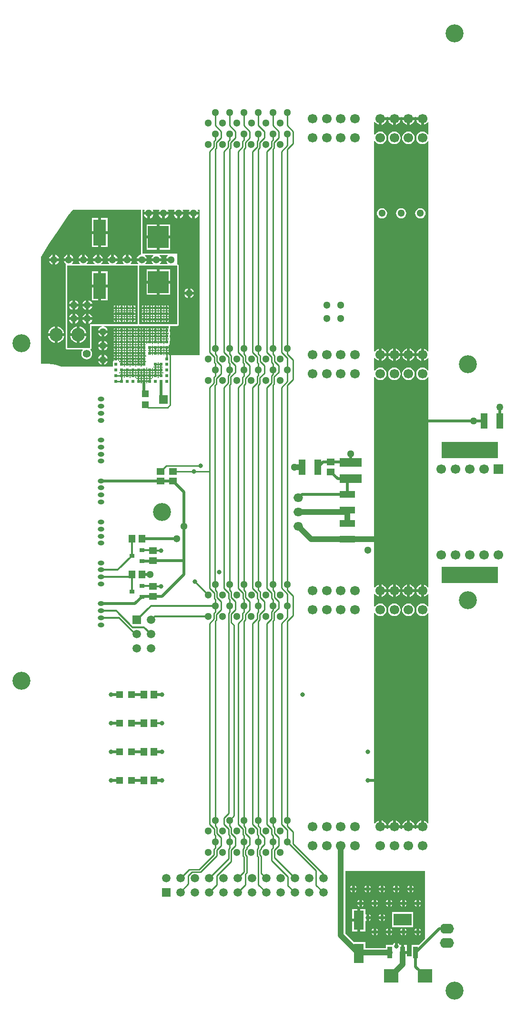
<source format=gtl>
G04 Layer_Physical_Order=1*
G04 Layer_Color=255*
%FSLAX25Y25*%
%MOIN*%
G70*
G01*
G75*
%ADD10R,0.04528X0.05315*%
%ADD11R,0.04724X0.04724*%
%ADD12R,0.03543X0.08465*%
%ADD13R,0.12598X0.08465*%
%ADD14R,0.10039X0.09646*%
%ADD15R,0.07087X0.13583*%
%ADD16R,0.05315X0.04528*%
%ADD17R,0.03827X0.03157*%
%ADD18R,0.04724X0.04724*%
%ADD19R,0.05905X0.06299*%
%ADD20R,0.02165X0.02165*%
%ADD21R,0.14567X0.15748*%
%ADD22R,0.09055X0.18307*%
%ADD23R,0.15354X0.06299*%
%ADD24R,0.10630X0.05118*%
%ADD25R,0.39370X0.11811*%
%ADD26R,0.05118X0.10630*%
%ADD27C,0.01000*%
%ADD28C,0.02000*%
%ADD29C,0.04000*%
%ADD30C,0.01200*%
%ADD31R,0.05905X0.05905*%
%ADD32C,0.05905*%
%ADD33O,0.09842X0.06890*%
%ADD34R,0.05905X0.05905*%
%ADD35O,0.04528X0.03347*%
%ADD36C,0.05118*%
%ADD37C,0.06693*%
%ADD38O,0.06693X0.05905*%
%ADD39R,0.06693X0.06693*%
%ADD40C,0.12598*%
%ADD41C,0.09449*%
%ADD42C,0.05000*%
%ADD43C,0.05512*%
%ADD44C,0.03150*%
G36*
X59378Y-40917D02*
X60961D01*
Y-41417D01*
X61461D01*
Y-43000D01*
X62171D01*
X62550Y-43497D01*
X62490Y-43728D01*
X62428Y-43772D01*
X62315Y-43772D01*
X61461D01*
Y-45354D01*
Y-46937D01*
X62315D01*
X62543Y-46937D01*
X62814Y-47323D01*
X62543Y-47709D01*
X62315Y-47709D01*
X61461D01*
Y-49291D01*
X60961D01*
Y-49791D01*
X59378D01*
Y-50646D01*
X59378Y-50874D01*
X58992Y-51144D01*
X58606Y-50874D01*
X58606Y-50646D01*
Y-49791D01*
X57024D01*
X55441D01*
Y-50501D01*
X55187Y-50766D01*
X54944Y-50881D01*
X54740Y-50828D01*
X54687Y-50655D01*
X54669Y-50585D01*
X54669Y-50431D01*
Y-49791D01*
X53587D01*
Y-50874D01*
X54226D01*
X54381Y-50874D01*
X54649Y-50941D01*
X54760Y-51019D01*
X54806Y-51304D01*
X54795Y-51467D01*
X54669Y-51646D01*
X53587D01*
Y-53228D01*
X53087D01*
Y-53728D01*
X51504D01*
Y-54803D01*
X50732D01*
Y-53728D01*
X49150D01*
X47567D01*
Y-54803D01*
X46795D01*
Y-53728D01*
X45213D01*
Y-53228D01*
X44712D01*
Y-51646D01*
X44003D01*
X43623Y-51148D01*
X43679Y-50934D01*
X43918Y-50874D01*
X44073Y-50874D01*
X44712D01*
Y-49791D01*
X43630D01*
Y-50431D01*
X43630Y-50585D01*
X43570Y-50825D01*
X43355Y-50881D01*
X43113Y-50766D01*
X42858Y-50501D01*
Y-49791D01*
X41276D01*
X39693D01*
Y-50646D01*
X39693Y-50874D01*
X39307Y-51144D01*
X38921Y-50874D01*
X38921Y-50646D01*
Y-49791D01*
X37339D01*
X35756D01*
Y-50501D01*
X35502Y-50766D01*
X35259Y-50881D01*
X35028Y-50821D01*
X34984Y-50758D01*
Y-49791D01*
X33402D01*
Y-49291D01*
X32902D01*
Y-47709D01*
X31935D01*
X31707Y-47549D01*
X31548Y-47323D01*
X31819Y-46937D01*
X32902D01*
Y-45354D01*
X33402D01*
Y-44854D01*
X34984D01*
Y-44518D01*
X35370Y-44284D01*
X35756Y-44517D01*
Y-44854D01*
X37339D01*
X38921D01*
Y-44517D01*
X39307Y-44284D01*
X39693Y-44518D01*
Y-44854D01*
X41276D01*
X42858D01*
Y-44517D01*
X43244Y-44284D01*
X43630Y-44518D01*
Y-44854D01*
X45213D01*
X46795D01*
Y-44517D01*
X47181Y-44284D01*
X47567Y-44517D01*
Y-44854D01*
X49150D01*
X50732D01*
Y-43780D01*
X51504D01*
Y-44854D01*
X53087D01*
X54669D01*
Y-44133D01*
X54941Y-43861D01*
X55441Y-43977D01*
X55441Y-44268D01*
Y-44854D01*
X56524D01*
Y-43772D01*
X55938D01*
X55647Y-43772D01*
X55531Y-43272D01*
X55802Y-43000D01*
X56524D01*
Y-41417D01*
X57024D01*
Y-40917D01*
X58606D01*
Y-39843D01*
X59378D01*
Y-40917D01*
D02*
G37*
G36*
X46949Y60945D02*
Y36142D01*
X47011Y35831D01*
X46968Y35660D01*
X46734Y35290D01*
X46646Y35278D01*
X45780Y34920D01*
X45037Y34349D01*
X44466Y33606D01*
X44137Y32811D01*
X51013D01*
X50684Y33606D01*
X50113Y34349D01*
X49758Y34622D01*
X49927Y35122D01*
X55458D01*
X55628Y34622D01*
X55273Y34349D01*
X54702Y33606D01*
X54373Y32811D01*
X61249D01*
X60920Y33606D01*
X60349Y34349D01*
X59994Y34622D01*
X60164Y35122D01*
X65695D01*
X65864Y34622D01*
X65509Y34349D01*
X64938Y33606D01*
X64609Y32811D01*
X68047D01*
Y30811D01*
X64609D01*
X64938Y30016D01*
X65509Y29273D01*
X65736Y29098D01*
X65566Y28598D01*
X60292D01*
X60122Y29098D01*
X60349Y29273D01*
X60920Y30016D01*
X61249Y30811D01*
X54373D01*
X54702Y30016D01*
X55273Y29273D01*
X55500Y29098D01*
X55330Y28598D01*
X50056D01*
X49886Y29098D01*
X50113Y29273D01*
X50684Y30016D01*
X51013Y30811D01*
X44137D01*
X44466Y30016D01*
X45037Y29273D01*
X45100Y28636D01*
X44994Y28563D01*
X44819Y28598D01*
X39819D01*
X39650Y29098D01*
X39877Y29273D01*
X40447Y30016D01*
X40777Y30811D01*
X33900D01*
X34230Y30016D01*
X34800Y29273D01*
X35028Y29098D01*
X34858Y28598D01*
X29583D01*
X29414Y29098D01*
X29641Y29273D01*
X30211Y30016D01*
X30540Y30811D01*
X23664D01*
X23993Y30016D01*
X24564Y29273D01*
X24791Y29098D01*
X24622Y28598D01*
X19347Y28598D01*
X19177Y29098D01*
X19405Y29273D01*
X19975Y30016D01*
X20304Y30811D01*
X13428D01*
X13757Y30016D01*
X14328Y29273D01*
X14555Y29098D01*
X14385Y28598D01*
X9111D01*
X8941Y29098D01*
X9168Y29273D01*
X9739Y30016D01*
X10068Y30811D01*
X3192D01*
X3521Y30016D01*
X4092Y29273D01*
X4319Y29098D01*
X4149Y28598D01*
X-1125Y28598D01*
X-1295Y29098D01*
X-1068Y29273D01*
X-497Y30016D01*
X-168Y30811D01*
X-7044D01*
X-6715Y30016D01*
X-6145Y29273D01*
X-5560Y28824D01*
X-5467Y28398D01*
X-5508Y28205D01*
X-5666Y27969D01*
X-5744Y27579D01*
Y-11890D01*
Y-29921D01*
X-5666Y-30311D01*
X-5445Y-30642D01*
X-5115Y-30863D01*
X-4724Y-30941D01*
X6174Y-30941D01*
X6312Y-31441D01*
X5774Y-32142D01*
X5396Y-33056D01*
X5267Y-34036D01*
X5396Y-35017D01*
X5774Y-35930D01*
X6376Y-36715D01*
X7161Y-37317D01*
X8075Y-37695D01*
X9055Y-37824D01*
X10036Y-37695D01*
X10949Y-37317D01*
X11734Y-36715D01*
X12336Y-35930D01*
X12714Y-35017D01*
X12843Y-34036D01*
X12714Y-33056D01*
X12336Y-32142D01*
X11734Y-31357D01*
X11715Y-31223D01*
X11797Y-30775D01*
X11997Y-30642D01*
X12218Y-30312D01*
X12295Y-29921D01*
X12295Y-14484D01*
X19766D01*
X19799Y-14984D01*
X19402Y-15036D01*
X18536Y-15395D01*
X17792Y-15966D01*
X17222Y-16709D01*
X16893Y-17504D01*
X23769D01*
X23439Y-16709D01*
X22869Y-15966D01*
X22126Y-15395D01*
X21260Y-15036D01*
X20862Y-14984D01*
X20895Y-14484D01*
X44819Y-14484D01*
X45209Y-14407D01*
X45329Y-14327D01*
X45448Y-14406D01*
X45838Y-14484D01*
X66472D01*
Y-16213D01*
X65398D01*
Y-17795D01*
Y-19378D01*
X66472D01*
Y-20150D01*
X65398D01*
Y-21732D01*
Y-23315D01*
X66472D01*
Y-24087D01*
X65398D01*
Y-25669D01*
X64898D01*
Y-26169D01*
X63315D01*
Y-27244D01*
X62543D01*
Y-26169D01*
X60961D01*
X59378D01*
Y-27244D01*
X58606D01*
Y-26169D01*
X57024D01*
X55441D01*
Y-27244D01*
X54669D01*
Y-26169D01*
X53087D01*
X51504D01*
Y-26809D01*
X51144Y-26958D01*
X50732Y-26634D01*
Y-26169D01*
X49650D01*
Y-27252D01*
X50123D01*
X50447Y-27664D01*
X50297Y-28024D01*
X49650D01*
Y-29606D01*
Y-31189D01*
X50267D01*
X50610Y-31589D01*
X50524Y-31961D01*
X49650D01*
Y-33543D01*
Y-35126D01*
X50256D01*
X50600Y-35526D01*
X50513Y-35898D01*
X49650D01*
Y-37480D01*
Y-39063D01*
X50246D01*
X50589Y-39463D01*
X50503Y-39835D01*
X49650D01*
Y-41417D01*
X49150D01*
Y-41917D01*
X47567D01*
Y-42752D01*
X47181Y-42976D01*
X46795Y-42752D01*
Y-41917D01*
X45213D01*
X43630D01*
Y-42752D01*
X43244Y-42976D01*
X42858Y-42752D01*
Y-41917D01*
X41276D01*
X39693D01*
Y-42752D01*
X39307Y-42976D01*
X38921Y-42752D01*
Y-41917D01*
X37339D01*
X35756D01*
Y-42752D01*
X35370Y-42976D01*
X34984Y-42752D01*
Y-41917D01*
X33402D01*
Y-41417D01*
X32902D01*
Y-39835D01*
X32047D01*
X31819Y-39835D01*
X31694Y-39656D01*
X31682Y-39493D01*
X31728Y-39208D01*
X31839Y-39130D01*
X32107Y-39063D01*
X32262Y-39063D01*
X32902D01*
Y-37980D01*
X31819D01*
Y-38620D01*
X31819Y-38774D01*
X31801Y-38844D01*
X31748Y-39017D01*
X31544Y-39070D01*
X31302Y-38955D01*
X31047Y-38690D01*
Y-37980D01*
X29465D01*
X27882D01*
Y-38835D01*
X27882Y-39063D01*
X27494Y-39335D01*
X27382D01*
Y-43093D01*
X-8308D01*
X-8513Y-42992D01*
X-8591Y-42971D01*
X-8661Y-42931D01*
X-11587Y-41937D01*
X-11666Y-41927D01*
X-11741Y-41896D01*
X-14771Y-41293D01*
X-14852D01*
X-14930Y-41273D01*
X-18013Y-41071D01*
X-18053Y-41076D01*
X-18093Y-41068D01*
X-22898D01*
Y-11890D01*
Y33841D01*
X-17367Y42866D01*
X-10787Y52822D01*
X-3871Y62546D01*
X-583Y66850D01*
X46949D01*
Y60945D01*
D02*
G37*
G36*
X88126Y-35118D02*
X66480D01*
Y-34043D01*
X64898D01*
X63315D01*
Y-35118D01*
X62543D01*
Y-34043D01*
X60961D01*
X59378D01*
Y-35118D01*
X58606D01*
Y-34043D01*
X57024D01*
X55441D01*
Y-35118D01*
X54669D01*
Y-34043D01*
X53087D01*
Y-33543D01*
X52587D01*
Y-31961D01*
X52047D01*
X51997Y-31936D01*
X51867Y-31751D01*
X52046Y-31198D01*
X52061Y-31189D01*
X52063Y-31189D01*
X52587D01*
Y-29606D01*
X53087D01*
Y-29106D01*
X54669D01*
Y-28264D01*
X55441D01*
Y-29106D01*
X57024D01*
X58606D01*
Y-28264D01*
X59378D01*
Y-29106D01*
X60961D01*
X62543D01*
Y-28264D01*
X63315D01*
Y-29106D01*
X64898D01*
X66480D01*
Y-28024D01*
X66868Y-27752D01*
X66980D01*
Y-24950D01*
X67193Y-24808D01*
X67414Y-24477D01*
X67492Y-24087D01*
Y-23315D01*
X67414Y-22925D01*
X67193Y-22594D01*
X66980Y-22452D01*
Y-21013D01*
X67193Y-20871D01*
X67414Y-20540D01*
X67492Y-20150D01*
Y-19378D01*
X67414Y-18988D01*
X67193Y-18657D01*
X66980Y-18515D01*
Y-17076D01*
X67193Y-16934D01*
X67414Y-16603D01*
X67492Y-16213D01*
Y-14484D01*
X72378D01*
X72768Y-14406D01*
X73099Y-14186D01*
X73320Y-13855D01*
X73397Y-13465D01*
Y27579D01*
X73320Y27969D01*
X73099Y28300D01*
X72768Y28521D01*
X72378Y28598D01*
Y36142D01*
X47969D01*
Y60945D01*
Y66850D01*
X49300D01*
X49547Y66350D01*
X49293Y66020D01*
X48963Y65225D01*
X55840D01*
X55510Y66020D01*
X55257Y66350D01*
X55503Y66850D01*
X59749D01*
X59995Y66350D01*
X59741Y66020D01*
X59412Y65225D01*
X66288D01*
X65959Y66020D01*
X65705Y66350D01*
X65952Y66850D01*
X70198D01*
X70444Y66350D01*
X70190Y66020D01*
X69861Y65225D01*
X76737D01*
X76408Y66020D01*
X76154Y66350D01*
X76401Y66850D01*
X80646D01*
X80893Y66350D01*
X80639Y66020D01*
X80310Y65225D01*
X87186D01*
X86857Y66020D01*
X86603Y66350D01*
X86850Y66850D01*
X88126D01*
Y-35118D01*
D02*
G37*
G36*
X44819Y27579D02*
X44819Y-13465D01*
X11276Y-13465D01*
X11276Y-29921D01*
X-4724Y-29921D01*
Y27579D01*
X44819Y27579D01*
D02*
G37*
G36*
X72378Y-13465D02*
X45838D01*
X45838Y27579D01*
X45838Y27579D01*
X72378D01*
Y-13465D01*
D02*
G37*
G36*
X239542Y131350D02*
X243921D01*
Y130350D01*
X244921D01*
Y126098D01*
X245056Y126115D01*
X246113Y126553D01*
X247021Y127250D01*
X247650Y128069D01*
X248150Y127984D01*
Y119329D01*
X247650Y119245D01*
X247021Y120064D01*
X246113Y120761D01*
X245056Y121198D01*
X243921Y121348D01*
X242787Y121198D01*
X241729Y120761D01*
X240821Y120064D01*
X240125Y119156D01*
X239687Y118099D01*
X239537Y116964D01*
X239687Y115829D01*
X240125Y114772D01*
X240821Y113864D01*
X241729Y113167D01*
X242787Y112729D01*
X243921Y112580D01*
X245056Y112729D01*
X246113Y113167D01*
X247021Y113864D01*
X247650Y114683D01*
X248150Y114599D01*
X248150Y-32285D01*
X247650Y-32369D01*
X247021Y-31550D01*
X246113Y-30854D01*
X245056Y-30416D01*
X244921Y-30398D01*
Y-34650D01*
Y-38903D01*
X245056Y-38885D01*
X246113Y-38447D01*
X247021Y-37750D01*
X247650Y-36931D01*
X248150Y-37016D01*
Y-45671D01*
X247650Y-45755D01*
X247021Y-44936D01*
X246113Y-44240D01*
X245056Y-43802D01*
X243921Y-43652D01*
X242787Y-43802D01*
X241729Y-44240D01*
X240821Y-44936D01*
X240125Y-45844D01*
X239687Y-46901D01*
X239537Y-48036D01*
X239687Y-49171D01*
X240125Y-50228D01*
X240821Y-51136D01*
X241729Y-51833D01*
X242787Y-52271D01*
X243921Y-52420D01*
X245056Y-52271D01*
X246113Y-51833D01*
X247021Y-51136D01*
X247650Y-50317D01*
X248150Y-50402D01*
X248150Y-197285D01*
X247650Y-197369D01*
X247021Y-196550D01*
X246113Y-195854D01*
X245056Y-195416D01*
X244921Y-195398D01*
Y-199650D01*
Y-203903D01*
X245056Y-203885D01*
X246113Y-203447D01*
X247021Y-202750D01*
X247650Y-201931D01*
X248150Y-202016D01*
Y-210671D01*
X247650Y-210755D01*
X247021Y-209936D01*
X246113Y-209240D01*
X245056Y-208802D01*
X243921Y-208652D01*
X242787Y-208802D01*
X241729Y-209240D01*
X240821Y-209936D01*
X240125Y-210844D01*
X239687Y-211901D01*
X239537Y-213036D01*
X239687Y-214171D01*
X240125Y-215228D01*
X240821Y-216136D01*
X241729Y-216833D01*
X242787Y-217271D01*
X243921Y-217420D01*
X245056Y-217271D01*
X246113Y-216833D01*
X247021Y-216136D01*
X247650Y-215317D01*
X248150Y-215402D01*
X248150Y-362285D01*
X247650Y-362369D01*
X247021Y-361550D01*
X246113Y-360854D01*
X245056Y-360416D01*
X244921Y-360398D01*
Y-364650D01*
X243921D01*
Y-365650D01*
X239669D01*
D01*
X239364Y-366150D01*
X238636D01*
X238331Y-365650D01*
D01*
X234079D01*
X229826D01*
D01*
X229522Y-366150D01*
X228793D01*
X228488Y-365650D01*
D01*
X224236D01*
X219984D01*
D01*
X219679Y-366150D01*
X218951D01*
X218646Y-365650D01*
D01*
X214394D01*
Y-364650D01*
X213394D01*
Y-360398D01*
X213259Y-360416D01*
X212202Y-360854D01*
X211294Y-361550D01*
X210650Y-362390D01*
X210397Y-362366D01*
X210150Y-362252D01*
X210150Y-215434D01*
X210397Y-215320D01*
X210650Y-215297D01*
X211294Y-216136D01*
X212202Y-216833D01*
X213259Y-217271D01*
X214394Y-217420D01*
X215528Y-217271D01*
X216586Y-216833D01*
X217494Y-216136D01*
X218190Y-215228D01*
X218628Y-214171D01*
X218778Y-213036D01*
X218628Y-211901D01*
X218190Y-210844D01*
X217494Y-209936D01*
X216586Y-209240D01*
X215528Y-208802D01*
X214394Y-208652D01*
X213259Y-208802D01*
X212202Y-209240D01*
X211294Y-209936D01*
X210650Y-210776D01*
X210397Y-210752D01*
X210150Y-210638D01*
Y-202048D01*
X210397Y-201934D01*
X210650Y-201911D01*
X211294Y-202750D01*
X212202Y-203447D01*
X213259Y-203885D01*
X213394Y-203903D01*
Y-199650D01*
Y-195398D01*
X213259Y-195416D01*
X212202Y-195854D01*
X211294Y-196550D01*
X210650Y-197390D01*
X210397Y-197366D01*
X210150Y-197252D01*
X210150Y-50434D01*
X210397Y-50320D01*
X210650Y-50297D01*
X211294Y-51136D01*
X212202Y-51833D01*
X213259Y-52271D01*
X214394Y-52420D01*
X215528Y-52271D01*
X216586Y-51833D01*
X217494Y-51136D01*
X218190Y-50228D01*
X218628Y-49171D01*
X218778Y-48036D01*
X218628Y-46901D01*
X218190Y-45844D01*
X217494Y-44936D01*
X216586Y-44240D01*
X215528Y-43802D01*
X214394Y-43652D01*
X213259Y-43802D01*
X212202Y-44240D01*
X211294Y-44936D01*
X210650Y-45776D01*
X210397Y-45752D01*
X210150Y-45638D01*
Y-37048D01*
X210397Y-36934D01*
X210650Y-36911D01*
X211294Y-37750D01*
X212202Y-38447D01*
X213259Y-38885D01*
X213394Y-38903D01*
Y-34650D01*
Y-30398D01*
X213259Y-30416D01*
X212202Y-30854D01*
X211294Y-31550D01*
X210650Y-32390D01*
X210397Y-32366D01*
X210150Y-32252D01*
X210150Y114566D01*
X210397Y114680D01*
X210650Y114703D01*
X211294Y113864D01*
X212202Y113167D01*
X213259Y112729D01*
X214394Y112580D01*
X215528Y112729D01*
X216586Y113167D01*
X217494Y113864D01*
X218190Y114772D01*
X218628Y115829D01*
X218778Y116964D01*
X218628Y118099D01*
X218190Y119156D01*
X217494Y120064D01*
X216586Y120761D01*
X215528Y121198D01*
X214394Y121348D01*
X213259Y121198D01*
X212202Y120761D01*
X211294Y120064D01*
X210650Y119224D01*
X210397Y119248D01*
X210150Y119362D01*
Y127952D01*
X210397Y128066D01*
X210650Y128089D01*
X211294Y127250D01*
X212202Y126553D01*
X213259Y126115D01*
X213394Y126098D01*
Y130350D01*
X214394D01*
Y131350D01*
X218773D01*
X219035Y131704D01*
X219595D01*
X219857Y131350D01*
X224236D01*
X228616D01*
X228878Y131704D01*
X229437D01*
X229699Y131350D01*
X234079D01*
X238458D01*
X238720Y131704D01*
X239280D01*
X239542Y131350D01*
D02*
G37*
G36*
X245650Y-395650D02*
Y-443281D01*
X241497Y-447434D01*
X236377D01*
Y-455150D01*
X232865D01*
Y-453666D01*
X230094D01*
Y-452666D01*
X229094D01*
Y-447434D01*
X228072D01*
X227831Y-446852D01*
X227418Y-446314D01*
X226880Y-445901D01*
X226582Y-445777D01*
Y-448150D01*
X224582D01*
Y-445777D01*
X224283Y-445901D01*
X223745Y-446314D01*
X223333Y-446852D01*
X223092Y-447434D01*
X218267D01*
Y-449640D01*
X203911D01*
Y-445473D01*
X195856D01*
X189860Y-439477D01*
Y-395650D01*
X245650Y-395650D01*
D02*
G37*
%LPC*%
G36*
X54669Y-47709D02*
X53587D01*
Y-48791D01*
X54669D01*
Y-47709D01*
D02*
G37*
G36*
X34984D02*
X33902D01*
Y-48791D01*
X34984D01*
Y-47709D01*
D02*
G37*
G36*
X50732D02*
X49650D01*
Y-48791D01*
X50732D01*
Y-47709D01*
D02*
G37*
G36*
X42858D02*
X41776D01*
Y-48791D01*
X42858D01*
Y-47709D01*
D02*
G37*
G36*
X36839Y-45854D02*
X35756D01*
Y-46937D01*
X36839D01*
Y-45854D01*
D02*
G37*
G36*
X38921D02*
X37839D01*
Y-46937D01*
X38921D01*
Y-45854D01*
D02*
G37*
G36*
X60461D02*
X59378D01*
Y-46937D01*
X60461D01*
Y-45854D01*
D02*
G37*
G36*
X34984D02*
X33902D01*
Y-46937D01*
X34984D01*
Y-45854D01*
D02*
G37*
G36*
X56524Y-47709D02*
X55441D01*
Y-48791D01*
X56524D01*
Y-47709D01*
D02*
G37*
G36*
X36839D02*
X35756D01*
Y-48791D01*
X36839D01*
Y-47709D01*
D02*
G37*
G36*
X60461D02*
X59378D01*
Y-48791D01*
X60461D01*
Y-47709D01*
D02*
G37*
G36*
X48650D02*
X47567D01*
Y-48791D01*
X48650D01*
Y-47709D01*
D02*
G37*
G36*
X38921D02*
X37839D01*
Y-48791D01*
X38921D01*
Y-47709D01*
D02*
G37*
G36*
X58606D02*
X57524D01*
Y-48791D01*
X58606D01*
Y-47709D01*
D02*
G37*
G36*
X44712D02*
X43630D01*
Y-48791D01*
X44712D01*
Y-47709D01*
D02*
G37*
G36*
X46795D02*
X45713D01*
Y-48791D01*
X46795D01*
Y-47709D01*
D02*
G37*
G36*
X40776Y-45854D02*
X39693D01*
Y-46937D01*
X40776D01*
Y-45854D01*
D02*
G37*
G36*
X57524Y-43772D02*
Y-44854D01*
X58606D01*
Y-43772D01*
X57524D01*
D02*
G37*
G36*
X60461Y-41917D02*
X59378D01*
Y-43000D01*
X60461D01*
Y-41917D01*
D02*
G37*
G36*
X58606Y-45854D02*
X57524D01*
Y-46937D01*
X58606D01*
Y-45854D01*
D02*
G37*
G36*
X60461Y-43772D02*
X59378D01*
Y-44854D01*
X60461D01*
Y-43772D01*
D02*
G37*
G36*
X58606Y-41917D02*
X57524D01*
Y-43000D01*
X58606D01*
Y-41917D01*
D02*
G37*
G36*
X46795Y-45854D02*
X45713D01*
Y-46937D01*
X46795D01*
Y-45854D01*
D02*
G37*
G36*
X48650D02*
X47567D01*
Y-46937D01*
X48650D01*
Y-45854D01*
D02*
G37*
G36*
X42858D02*
X41776D01*
Y-46937D01*
X42858D01*
Y-45854D01*
D02*
G37*
G36*
X44712D02*
X43630D01*
Y-46937D01*
X44712D01*
Y-45854D01*
D02*
G37*
G36*
X54669D02*
X53587D01*
Y-46937D01*
X54669D01*
Y-45854D01*
D02*
G37*
G36*
X56524D02*
X55441D01*
Y-46937D01*
X56524D01*
Y-45854D01*
D02*
G37*
G36*
X50732D02*
X49650D01*
Y-46937D01*
X50732D01*
Y-45854D01*
D02*
G37*
G36*
X52587D02*
X51504D01*
Y-46937D01*
X52587D01*
Y-45854D01*
D02*
G37*
G36*
Y-49791D02*
X51504D01*
Y-50874D01*
X52587D01*
Y-49791D01*
D02*
G37*
G36*
X46795D02*
X45713D01*
Y-50874D01*
X46795D01*
Y-49791D01*
D02*
G37*
G36*
X52587Y-47709D02*
X51504D01*
Y-48791D01*
X52587D01*
Y-47709D01*
D02*
G37*
G36*
X40776D02*
X39693D01*
Y-48791D01*
X40776D01*
Y-47709D01*
D02*
G37*
G36*
X48650Y-49791D02*
X47567D01*
Y-50874D01*
X48650D01*
Y-49791D01*
D02*
G37*
G36*
X50732D02*
X49650D01*
Y-50874D01*
X50732D01*
Y-49791D01*
D02*
G37*
G36*
X45713Y-51646D02*
Y-52728D01*
X46795D01*
Y-51646D01*
X45713D01*
D02*
G37*
G36*
X50732D02*
X49650D01*
Y-52728D01*
X50732D01*
Y-51646D01*
D02*
G37*
G36*
X52587D02*
X51504D01*
Y-52728D01*
X52587D01*
Y-51646D01*
D02*
G37*
G36*
X48650D02*
X47567D01*
Y-52728D01*
X48650D01*
Y-51646D01*
D02*
G37*
G36*
X44712Y-34043D02*
X43630D01*
Y-35126D01*
X44712D01*
Y-34043D01*
D02*
G37*
G36*
X42858D02*
X41776D01*
Y-35126D01*
X42858D01*
Y-34043D01*
D02*
G37*
G36*
X46795D02*
X45713D01*
Y-35126D01*
X46795D01*
Y-34043D01*
D02*
G37*
G36*
X48650D02*
X47567D01*
Y-35126D01*
X48650D01*
Y-34043D01*
D02*
G37*
G36*
X40776D02*
X39693D01*
Y-35126D01*
X40776D01*
Y-34043D01*
D02*
G37*
G36*
X34984D02*
X33902D01*
Y-35126D01*
X34984D01*
Y-34043D01*
D02*
G37*
G36*
X31047D02*
X29965D01*
Y-35126D01*
X31047D01*
Y-34043D01*
D02*
G37*
G36*
X32902D02*
X31819D01*
Y-35126D01*
X32902D01*
Y-34043D01*
D02*
G37*
G36*
X28965D02*
X27882D01*
Y-35126D01*
X28965D01*
Y-34043D01*
D02*
G37*
G36*
X38921D02*
X37839D01*
Y-35126D01*
X38921D01*
Y-34043D01*
D02*
G37*
G36*
X36839D02*
X35756D01*
Y-35126D01*
X36839D01*
Y-34043D01*
D02*
G37*
G36*
X34984Y-35898D02*
X33902D01*
Y-36980D01*
X34984D01*
Y-35898D01*
D02*
G37*
G36*
X36839Y-31961D02*
X35756D01*
Y-33043D01*
X36839D01*
Y-31961D01*
D02*
G37*
G36*
X44712D02*
X43630D01*
Y-33043D01*
X44712D01*
Y-31961D01*
D02*
G37*
G36*
X48650D02*
X47567D01*
Y-33043D01*
X48650D01*
Y-31961D01*
D02*
G37*
G36*
X38921D02*
X37839D01*
Y-33043D01*
X38921D01*
Y-31961D01*
D02*
G37*
G36*
X46795D02*
X45713D01*
Y-33043D01*
X46795D01*
Y-31961D01*
D02*
G37*
G36*
X28965D02*
X27882D01*
Y-33043D01*
X28965D01*
Y-31961D01*
D02*
G37*
G36*
X32902D02*
X31819D01*
Y-33043D01*
X32902D01*
Y-31961D01*
D02*
G37*
G36*
X40776D02*
X39693D01*
Y-33043D01*
X40776D01*
Y-31961D01*
D02*
G37*
G36*
Y-37980D02*
X39693D01*
Y-39063D01*
X40776D01*
Y-37980D01*
D02*
G37*
G36*
X42858D02*
X41776D01*
Y-39063D01*
X42858D01*
Y-37980D01*
D02*
G37*
G36*
X36839D02*
X35756D01*
Y-39063D01*
X36839D01*
Y-37980D01*
D02*
G37*
G36*
X38921D02*
X37839D01*
Y-39063D01*
X38921D01*
Y-37980D01*
D02*
G37*
G36*
X48650D02*
X47567D01*
Y-39063D01*
X48650D01*
Y-37980D01*
D02*
G37*
G36*
X44712D02*
X43630D01*
Y-39063D01*
X44712D01*
Y-37980D01*
D02*
G37*
G36*
X46795D02*
X45713D01*
Y-39063D01*
X46795D01*
Y-37980D01*
D02*
G37*
G36*
X44712Y-39835D02*
X43630D01*
Y-40917D01*
X44712D01*
Y-39835D01*
D02*
G37*
G36*
X46795D02*
X45713D01*
Y-40917D01*
X46795D01*
Y-39835D01*
D02*
G37*
G36*
X48650D02*
X47567D01*
Y-40917D01*
X48650D01*
Y-39835D01*
D02*
G37*
G36*
X36839D02*
X35756D01*
Y-40917D01*
X36839D01*
Y-39835D01*
D02*
G37*
G36*
X33902D02*
Y-40917D01*
X34984D01*
Y-39835D01*
X33902D01*
D02*
G37*
G36*
X34984Y-37980D02*
X33902D01*
Y-39063D01*
X34984D01*
Y-37980D01*
D02*
G37*
G36*
X38921Y-39835D02*
X37839D01*
Y-40917D01*
X38921D01*
Y-39835D01*
D02*
G37*
G36*
X42858D02*
X41776D01*
Y-40917D01*
X42858D01*
Y-39835D01*
D02*
G37*
G36*
X36839Y-35898D02*
X35756D01*
Y-36980D01*
X36839D01*
Y-35898D01*
D02*
G37*
G36*
X44712D02*
X43630D01*
Y-36980D01*
X44712D01*
Y-35898D01*
D02*
G37*
G36*
X28965D02*
X27882D01*
Y-36980D01*
X28965D01*
Y-35898D01*
D02*
G37*
G36*
X48650D02*
X47567D01*
Y-36980D01*
X48650D01*
Y-35898D01*
D02*
G37*
G36*
X31047D02*
X29965D01*
Y-36980D01*
X31047D01*
Y-35898D01*
D02*
G37*
G36*
X42858D02*
X41776D01*
Y-36980D01*
X42858D01*
Y-35898D01*
D02*
G37*
G36*
X46795D02*
X45713D01*
Y-36980D01*
X46795D01*
Y-35898D01*
D02*
G37*
G36*
X38921D02*
X37839D01*
Y-36980D01*
X38921D01*
Y-35898D01*
D02*
G37*
G36*
X32902D02*
X31819D01*
Y-36980D01*
X32902D01*
Y-35898D01*
D02*
G37*
G36*
X40776D02*
X39693D01*
Y-36980D01*
X40776D01*
Y-35898D01*
D02*
G37*
G36*
X19331Y-34751D02*
X18536Y-35080D01*
X17792Y-35651D01*
X17222Y-36394D01*
X16893Y-37189D01*
X19331D01*
Y-34751D01*
D02*
G37*
G36*
X21331D02*
Y-37189D01*
X23769D01*
X23439Y-36394D01*
X22869Y-35651D01*
X22126Y-35080D01*
X21331Y-34751D01*
D02*
G37*
G36*
X38921Y-26169D02*
X37839D01*
Y-27252D01*
X38921D01*
Y-26169D01*
D02*
G37*
G36*
X40776D02*
X39693D01*
Y-27252D01*
X40776D01*
Y-26169D01*
D02*
G37*
G36*
X34984D02*
X33902D01*
Y-27252D01*
X34984D01*
Y-26169D01*
D02*
G37*
G36*
X36839D02*
X35756D01*
Y-27252D01*
X36839D01*
Y-26169D01*
D02*
G37*
G36*
X46795D02*
X45713D01*
Y-27252D01*
X46795D01*
Y-26169D01*
D02*
G37*
G36*
X48650D02*
X47567D01*
Y-27252D01*
X48650D01*
Y-26169D01*
D02*
G37*
G36*
X42858D02*
X41776D01*
Y-27252D01*
X42858D01*
Y-26169D01*
D02*
G37*
G36*
X44712D02*
X43630D01*
Y-27252D01*
X44712D01*
Y-26169D01*
D02*
G37*
G36*
X34984Y-28024D02*
X33902D01*
Y-29106D01*
X34984D01*
Y-28024D01*
D02*
G37*
G36*
X19331Y-24908D02*
X18536Y-25238D01*
X17792Y-25808D01*
X17222Y-26552D01*
X16893Y-27347D01*
X19331D01*
Y-24908D01*
D02*
G37*
G36*
X31047Y-28024D02*
X29965D01*
Y-29106D01*
X31047D01*
Y-28024D01*
D02*
G37*
G36*
X42858D02*
X41776D01*
Y-29106D01*
X42858D01*
Y-28024D01*
D02*
G37*
G36*
X31047Y-26169D02*
X29965D01*
Y-27252D01*
X31047D01*
Y-26169D01*
D02*
G37*
G36*
X32902D02*
X31819D01*
Y-27252D01*
X32902D01*
Y-26169D01*
D02*
G37*
G36*
X21331Y-24908D02*
Y-27347D01*
X23769D01*
X23439Y-26552D01*
X22869Y-25808D01*
X22126Y-25238D01*
X21331Y-24908D01*
D02*
G37*
G36*
X28965Y-26169D02*
X27882D01*
Y-27252D01*
X28965D01*
Y-26169D01*
D02*
G37*
G36*
X-13441Y-21650D02*
X-18083D01*
X-18018Y-22145D01*
X-17441Y-23537D01*
X-16524Y-24733D01*
X-15328Y-25651D01*
X-13935Y-26227D01*
X-13441Y-26292D01*
Y-21650D01*
D02*
G37*
G36*
X36839Y-24087D02*
X35756D01*
Y-25169D01*
X36839D01*
Y-24087D01*
D02*
G37*
G36*
X44712D02*
X43630D01*
Y-25169D01*
X44712D01*
Y-24087D01*
D02*
G37*
G36*
X48650D02*
X47567D01*
Y-25169D01*
X48650D01*
Y-24087D01*
D02*
G37*
G36*
X56524D02*
X55441D01*
Y-25169D01*
X56524D01*
Y-24087D01*
D02*
G37*
G36*
X38921D02*
X37839D01*
Y-25169D01*
X38921D01*
Y-24087D01*
D02*
G37*
G36*
X58606D02*
X57524D01*
Y-25169D01*
X58606D01*
Y-24087D01*
D02*
G37*
G36*
X64398D02*
X63315D01*
Y-25169D01*
X64398D01*
Y-24087D01*
D02*
G37*
G36*
X46795D02*
X45713D01*
Y-25169D01*
X46795D01*
Y-24087D01*
D02*
G37*
G36*
X32902D02*
X31819D01*
Y-25169D01*
X32902D01*
Y-24087D01*
D02*
G37*
G36*
X-6799Y-21650D02*
X-11441D01*
Y-26292D01*
X-10947Y-26227D01*
X-9554Y-25651D01*
X-8358Y-24733D01*
X-7441Y-23537D01*
X-6864Y-22145D01*
X-6799Y-21650D01*
D02*
G37*
G36*
X60461Y-24087D02*
X59378D01*
Y-25169D01*
X60461D01*
Y-24087D01*
D02*
G37*
G36*
X28965D02*
X27882D01*
Y-25169D01*
X28965D01*
Y-24087D01*
D02*
G37*
G36*
X52587D02*
X51504D01*
Y-25169D01*
X52587D01*
Y-24087D01*
D02*
G37*
G36*
X40776D02*
X39693D01*
Y-25169D01*
X40776D01*
Y-24087D01*
D02*
G37*
G36*
X34984Y-30106D02*
X33902D01*
Y-31189D01*
X34984D01*
Y-30106D01*
D02*
G37*
G36*
X36839D02*
X35756D01*
Y-31189D01*
X36839D01*
Y-30106D01*
D02*
G37*
G36*
X31047D02*
X29965D01*
Y-31189D01*
X31047D01*
Y-30106D01*
D02*
G37*
G36*
X32902D02*
X31819D01*
Y-31189D01*
X32902D01*
Y-30106D01*
D02*
G37*
G36*
X42858D02*
X41776D01*
Y-31189D01*
X42858D01*
Y-30106D01*
D02*
G37*
G36*
X44712D02*
X43630D01*
Y-31189D01*
X44712D01*
Y-30106D01*
D02*
G37*
G36*
X38921D02*
X37839D01*
Y-31189D01*
X38921D01*
Y-30106D01*
D02*
G37*
G36*
X40776D02*
X39693D01*
Y-31189D01*
X40776D01*
Y-30106D01*
D02*
G37*
G36*
X31047Y-31961D02*
X29965D01*
Y-33043D01*
X31047D01*
Y-31961D01*
D02*
G37*
G36*
X42858D02*
X41776D01*
Y-33043D01*
X42858D01*
Y-31961D01*
D02*
G37*
G36*
X23769Y-29346D02*
X21331D01*
Y-31784D01*
X22126Y-31455D01*
X22869Y-30885D01*
X23439Y-30141D01*
X23769Y-29346D01*
D02*
G37*
G36*
X28965Y-30106D02*
X27882D01*
Y-31189D01*
X28965D01*
Y-30106D01*
D02*
G37*
G36*
X34984Y-31961D02*
X33902D01*
Y-33043D01*
X34984D01*
Y-31961D01*
D02*
G37*
G36*
X19331Y-29346D02*
X16893D01*
X17222Y-30141D01*
X17792Y-30885D01*
X18536Y-31455D01*
X19331Y-31784D01*
Y-29346D01*
D02*
G37*
G36*
X46795Y-30106D02*
X45713D01*
Y-31189D01*
X46795D01*
Y-30106D01*
D02*
G37*
G36*
X28965Y-28024D02*
X27882D01*
Y-29106D01*
X28965D01*
Y-28024D01*
D02*
G37*
G36*
X48650D02*
X47567D01*
Y-29106D01*
X48650D01*
Y-28024D01*
D02*
G37*
G36*
X32902D02*
X31819D01*
Y-29106D01*
X32902D01*
Y-28024D01*
D02*
G37*
G36*
X40776D02*
X39693D01*
Y-29106D01*
X40776D01*
Y-28024D01*
D02*
G37*
G36*
X46795D02*
X45713D01*
Y-29106D01*
X46795D01*
Y-28024D01*
D02*
G37*
G36*
X38921D02*
X37839D01*
Y-29106D01*
X38921D01*
Y-28024D01*
D02*
G37*
G36*
X36839D02*
X35756D01*
Y-29106D01*
X36839D01*
Y-28024D01*
D02*
G37*
G36*
X44712D02*
X43630D01*
Y-29106D01*
X44712D01*
Y-28024D01*
D02*
G37*
G36*
X48650Y-30106D02*
X47567D01*
Y-31189D01*
X48650D01*
Y-30106D01*
D02*
G37*
G36*
X23769Y-39189D02*
X21331D01*
Y-41627D01*
X22126Y-41298D01*
X22869Y-40727D01*
X23439Y-39984D01*
X23769Y-39189D01*
D02*
G37*
G36*
X40776Y-39835D02*
X39693D01*
Y-40917D01*
X40776D01*
Y-39835D01*
D02*
G37*
G36*
X19331Y-39189D02*
X16893D01*
X17222Y-39984D01*
X17792Y-40727D01*
X18536Y-41298D01*
X19331Y-41627D01*
Y-39189D01*
D02*
G37*
G36*
X31047Y-24087D02*
X29965D01*
Y-25169D01*
X31047D01*
Y-24087D01*
D02*
G37*
G36*
X17179Y49824D02*
X12652D01*
Y40670D01*
X17179D01*
Y49824D01*
D02*
G37*
G36*
X23707D02*
X19179D01*
Y40670D01*
X23707D01*
Y49824D01*
D02*
G37*
G36*
X17179Y60977D02*
X12652D01*
Y51824D01*
X17179D01*
Y60977D01*
D02*
G37*
G36*
X23707D02*
X19179D01*
Y51824D01*
X23707D01*
Y60977D01*
D02*
G37*
G36*
X26102Y35249D02*
X25308Y34920D01*
X24564Y34349D01*
X23993Y33606D01*
X23664Y32811D01*
X26102D01*
Y35249D01*
D02*
G37*
G36*
X28102D02*
Y32811D01*
X30540D01*
X30211Y33606D01*
X29641Y34349D01*
X28897Y34920D01*
X28102Y35249D01*
D02*
G37*
G36*
X15866D02*
X15071Y34920D01*
X14328Y34349D01*
X13757Y33606D01*
X13428Y32811D01*
X15866D01*
Y35249D01*
D02*
G37*
G36*
X17866D02*
Y32811D01*
X20304D01*
X19975Y33606D01*
X19405Y34349D01*
X18661Y34920D01*
X17866Y35249D01*
D02*
G37*
G36*
X36339D02*
X35544Y34920D01*
X34800Y34349D01*
X34230Y33606D01*
X33900Y32811D01*
X36339D01*
Y35249D01*
D02*
G37*
G36*
X38339D02*
Y32811D01*
X40777D01*
X40447Y33606D01*
X39877Y34349D01*
X39134Y34920D01*
X38339Y35249D01*
D02*
G37*
G36*
X-14842D02*
X-15637Y34920D01*
X-16381Y34349D01*
X-16951Y33606D01*
X-17281Y32811D01*
X-14842D01*
Y35249D01*
D02*
G37*
G36*
X-12843D02*
Y32811D01*
X-10404D01*
X-10734Y33606D01*
X-11304Y34349D01*
X-12048Y34920D01*
X-12843Y35249D01*
D02*
G37*
G36*
X-14842Y30811D02*
X-17281D01*
X-16951Y30016D01*
X-16381Y29273D01*
X-15637Y28702D01*
X-14842Y28373D01*
Y30811D01*
D02*
G37*
G36*
X-10404D02*
X-12843D01*
Y28373D01*
X-12048Y28702D01*
X-11304Y29273D01*
X-10734Y30016D01*
X-10404Y30811D01*
D02*
G37*
G36*
X5630Y35249D02*
X4835Y34920D01*
X4092Y34349D01*
X3521Y33606D01*
X3192Y32811D01*
X5630D01*
Y35249D01*
D02*
G37*
G36*
X7630D02*
Y32811D01*
X10068D01*
X9739Y33606D01*
X9168Y34349D01*
X8425Y34920D01*
X7630Y35249D01*
D02*
G37*
G36*
X-4606D02*
X-5401Y34920D01*
X-6145Y34349D01*
X-6715Y33606D01*
X-7044Y32811D01*
X-4606D01*
Y35249D01*
D02*
G37*
G36*
X-2606D02*
Y32811D01*
X-168D01*
X-497Y33606D01*
X-1068Y34349D01*
X-1811Y34920D01*
X-2606Y35249D01*
D02*
G37*
G36*
X54669Y-20150D02*
X53587D01*
Y-21232D01*
X54669D01*
Y-20150D01*
D02*
G37*
G36*
X34984D02*
X33902D01*
Y-21232D01*
X34984D01*
Y-20150D01*
D02*
G37*
G36*
X42858D02*
X41776D01*
Y-21232D01*
X42858D01*
Y-20150D01*
D02*
G37*
G36*
X62543D02*
X61461D01*
Y-21232D01*
X62543D01*
Y-20150D01*
D02*
G37*
G36*
X-13441Y-15008D02*
X-13935Y-15073D01*
X-15328Y-15650D01*
X-16524Y-16567D01*
X-17441Y-17763D01*
X-18018Y-19156D01*
X-18083Y-19650D01*
X-13441D01*
Y-15008D01*
D02*
G37*
G36*
X-11441D02*
Y-19650D01*
X-6799D01*
X-6864Y-19156D01*
X-7441Y-17763D01*
X-8358Y-16567D01*
X-9554Y-15650D01*
X-10947Y-15073D01*
X-11441Y-15008D01*
D02*
G37*
G36*
X64398Y-20150D02*
X63315D01*
Y-21232D01*
X64398D01*
Y-20150D01*
D02*
G37*
G36*
X46795D02*
X45713D01*
Y-21232D01*
X46795D01*
Y-20150D01*
D02*
G37*
G36*
X36839D02*
X35756D01*
Y-21232D01*
X36839D01*
Y-20150D01*
D02*
G37*
G36*
X44712D02*
X43630D01*
Y-21232D01*
X44712D01*
Y-20150D01*
D02*
G37*
G36*
X31047D02*
X29965D01*
Y-21232D01*
X31047D01*
Y-20150D01*
D02*
G37*
G36*
X50732D02*
X49650D01*
Y-21232D01*
X50732D01*
Y-20150D01*
D02*
G37*
G36*
X38921D02*
X37839D01*
Y-21232D01*
X38921D01*
Y-20150D01*
D02*
G37*
G36*
X58606D02*
X57524D01*
Y-21232D01*
X58606D01*
Y-20150D01*
D02*
G37*
G36*
X28965Y-18295D02*
X27882D01*
Y-19378D01*
X28965D01*
Y-18295D01*
D02*
G37*
G36*
X50732D02*
X49650D01*
Y-19378D01*
X50732D01*
Y-18295D01*
D02*
G37*
G36*
X52587D02*
X51504D01*
Y-19378D01*
X52587D01*
Y-18295D01*
D02*
G37*
G36*
X46795D02*
X45713D01*
Y-19378D01*
X46795D01*
Y-18295D01*
D02*
G37*
G36*
X48650D02*
X47567D01*
Y-19378D01*
X48650D01*
Y-18295D01*
D02*
G37*
G36*
X58606D02*
X57524D01*
Y-19378D01*
X58606D01*
Y-18295D01*
D02*
G37*
G36*
X60461D02*
X59378D01*
Y-19378D01*
X60461D01*
Y-18295D01*
D02*
G37*
G36*
X54669D02*
X53587D01*
Y-19378D01*
X54669D01*
Y-18295D01*
D02*
G37*
G36*
X56524D02*
X55441D01*
Y-19378D01*
X56524D01*
Y-18295D01*
D02*
G37*
G36*
X34984D02*
X33902D01*
Y-19378D01*
X34984D01*
Y-18295D01*
D02*
G37*
G36*
X36839D02*
X35756D01*
Y-19378D01*
X36839D01*
Y-18295D01*
D02*
G37*
G36*
X31047D02*
X29965D01*
Y-19378D01*
X31047D01*
Y-18295D01*
D02*
G37*
G36*
X32902D02*
X31819D01*
Y-19378D01*
X32902D01*
Y-18295D01*
D02*
G37*
G36*
X42858D02*
X41776D01*
Y-19378D01*
X42858D01*
Y-18295D01*
D02*
G37*
G36*
X44712D02*
X43630D01*
Y-19378D01*
X44712D01*
Y-18295D01*
D02*
G37*
G36*
X38921D02*
X37839D01*
Y-19378D01*
X38921D01*
Y-18295D01*
D02*
G37*
G36*
X40776D02*
X39693D01*
Y-19378D01*
X40776D01*
Y-18295D01*
D02*
G37*
G36*
X38921Y-22232D02*
X37839D01*
Y-23315D01*
X38921D01*
Y-22232D01*
D02*
G37*
G36*
X40776D02*
X39693D01*
Y-23315D01*
X40776D01*
Y-22232D01*
D02*
G37*
G36*
X34984D02*
X33902D01*
Y-23315D01*
X34984D01*
Y-22232D01*
D02*
G37*
G36*
X36839D02*
X35756D01*
Y-23315D01*
X36839D01*
Y-22232D01*
D02*
G37*
G36*
X46795D02*
X45713D01*
Y-23315D01*
X46795D01*
Y-22232D01*
D02*
G37*
G36*
X48650D02*
X47567D01*
Y-23315D01*
X48650D01*
Y-22232D01*
D02*
G37*
G36*
X42858D02*
X41776D01*
Y-23315D01*
X42858D01*
Y-22232D01*
D02*
G37*
G36*
X44712D02*
X43630D01*
Y-23315D01*
X44712D01*
Y-22232D01*
D02*
G37*
G36*
X62543Y-24087D02*
X61461D01*
Y-25169D01*
X62543D01*
Y-24087D01*
D02*
G37*
G36*
X54669D02*
X53587D01*
Y-25169D01*
X54669D01*
Y-24087D01*
D02*
G37*
G36*
X50732D02*
X49650D01*
Y-25169D01*
X50732D01*
Y-24087D01*
D02*
G37*
G36*
X42858D02*
X41776D01*
Y-25169D01*
X42858D01*
Y-24087D01*
D02*
G37*
G36*
X31047Y-22232D02*
X29965D01*
Y-23315D01*
X31047D01*
Y-22232D01*
D02*
G37*
G36*
X32902D02*
X31819D01*
Y-23315D01*
X32902D01*
Y-22232D01*
D02*
G37*
G36*
X34984Y-24087D02*
X33902D01*
Y-25169D01*
X34984D01*
Y-24087D01*
D02*
G37*
G36*
X28965Y-22232D02*
X27882D01*
Y-23315D01*
X28965D01*
Y-22232D01*
D02*
G37*
G36*
X50732D02*
X49650D01*
Y-23315D01*
X50732D01*
Y-22232D01*
D02*
G37*
G36*
X52587Y-20150D02*
X51504D01*
Y-21232D01*
X52587D01*
Y-20150D01*
D02*
G37*
G36*
X40776D02*
X39693D01*
Y-21232D01*
X40776D01*
Y-20150D01*
D02*
G37*
G36*
X23769Y-19504D02*
X21331D01*
Y-21942D01*
X22126Y-21613D01*
X22869Y-21042D01*
X23439Y-20299D01*
X23769Y-19504D01*
D02*
G37*
G36*
X32902Y-20150D02*
X31819D01*
Y-21232D01*
X32902D01*
Y-20150D01*
D02*
G37*
G36*
X48650D02*
X47567D01*
Y-21232D01*
X48650D01*
Y-20150D01*
D02*
G37*
G36*
X56524D02*
X55441D01*
Y-21232D01*
X56524D01*
Y-20150D01*
D02*
G37*
G36*
X60461D02*
X59378D01*
Y-21232D01*
X60461D01*
Y-20150D01*
D02*
G37*
G36*
X28965D02*
X27882D01*
Y-21232D01*
X28965D01*
Y-20150D01*
D02*
G37*
G36*
X56524Y-22232D02*
X55441D01*
Y-23315D01*
X56524D01*
Y-22232D01*
D02*
G37*
G36*
X58606D02*
X57524D01*
Y-23315D01*
X58606D01*
Y-22232D01*
D02*
G37*
G36*
X52587D02*
X51504D01*
Y-23315D01*
X52587D01*
Y-22232D01*
D02*
G37*
G36*
X54669D02*
X53587D01*
Y-23315D01*
X54669D01*
Y-22232D01*
D02*
G37*
G36*
X64398D02*
X63315D01*
Y-23315D01*
X64398D01*
Y-22232D01*
D02*
G37*
G36*
X19331Y-19504D02*
X16893D01*
X17222Y-20299D01*
X17792Y-21042D01*
X18536Y-21613D01*
X19331Y-21942D01*
Y-19504D01*
D02*
G37*
G36*
X60461Y-22232D02*
X59378D01*
Y-23315D01*
X60461D01*
Y-22232D01*
D02*
G37*
G36*
X62543D02*
X61461D01*
Y-23315D01*
X62543D01*
Y-22232D01*
D02*
G37*
G36*
X44712Y-16213D02*
X43630D01*
Y-17295D01*
X44712D01*
Y-16213D01*
D02*
G37*
G36*
X64398D02*
X63315D01*
Y-17295D01*
X64398D01*
Y-16213D01*
D02*
G37*
G36*
X56524D02*
X55441D01*
Y-17295D01*
X56524D01*
Y-16213D01*
D02*
G37*
G36*
X36839D02*
X35756D01*
Y-17295D01*
X36839D01*
Y-16213D01*
D02*
G37*
G36*
X58606D02*
X57524D01*
Y-17295D01*
X58606D01*
Y-16213D01*
D02*
G37*
G36*
X31047D02*
X29965D01*
Y-17295D01*
X31047D01*
Y-16213D01*
D02*
G37*
G36*
X46795D02*
X45713D01*
Y-17295D01*
X46795D01*
Y-16213D01*
D02*
G37*
G36*
X38921D02*
X37839D01*
Y-17295D01*
X38921D01*
Y-16213D01*
D02*
G37*
G36*
X32902D02*
X31819D01*
Y-17295D01*
X32902D01*
Y-16213D01*
D02*
G37*
G36*
X52587D02*
X51504D01*
Y-17295D01*
X52587D01*
Y-16213D01*
D02*
G37*
G36*
X62543Y-18295D02*
X61461D01*
Y-19378D01*
X62543D01*
Y-18295D01*
D02*
G37*
G36*
X64398D02*
X63315D01*
Y-19378D01*
X64398D01*
Y-18295D01*
D02*
G37*
G36*
X28965Y-16213D02*
X27882D01*
Y-17295D01*
X28965D01*
Y-16213D01*
D02*
G37*
G36*
X48650D02*
X47567D01*
Y-17295D01*
X48650D01*
Y-16213D01*
D02*
G37*
G36*
X40776D02*
X39693D01*
Y-17295D01*
X40776D01*
Y-16213D01*
D02*
G37*
G36*
X60461D02*
X59378D01*
Y-17295D01*
X60461D01*
Y-16213D01*
D02*
G37*
G36*
X50732D02*
X49650D01*
Y-17295D01*
X50732D01*
Y-16213D01*
D02*
G37*
G36*
X54669D02*
X53587D01*
Y-17295D01*
X54669D01*
Y-16213D01*
D02*
G37*
G36*
X34984D02*
X33902D01*
Y-17295D01*
X34984D01*
Y-16213D01*
D02*
G37*
G36*
X42858D02*
X41776D01*
Y-17295D01*
X42858D01*
Y-16213D01*
D02*
G37*
G36*
X62543D02*
X61461D01*
Y-17295D01*
X62543D01*
Y-16213D01*
D02*
G37*
G36*
X56524Y-31961D02*
X55441D01*
Y-33043D01*
X56524D01*
Y-31961D01*
D02*
G37*
G36*
X66480D02*
X65398D01*
Y-33043D01*
X66480D01*
Y-31961D01*
D02*
G37*
G36*
X64398D02*
X63315D01*
Y-33043D01*
X64398D01*
Y-31961D01*
D02*
G37*
G36*
X60461D02*
X59378D01*
Y-33043D01*
X60461D01*
Y-31961D01*
D02*
G37*
G36*
X58606D02*
X57524D01*
Y-33043D01*
X58606D01*
Y-31961D01*
D02*
G37*
G36*
X62543D02*
X61461D01*
Y-33043D01*
X62543D01*
Y-31961D01*
D02*
G37*
G36*
X54669D02*
X53587D01*
Y-33043D01*
X54669D01*
Y-31961D01*
D02*
G37*
G36*
X56524Y-30106D02*
X55441D01*
Y-31189D01*
X56524D01*
Y-30106D01*
D02*
G37*
G36*
X58606D02*
X57524D01*
Y-31189D01*
X58606D01*
Y-30106D01*
D02*
G37*
G36*
X54669D02*
X53587D01*
Y-31189D01*
X54669D01*
Y-30106D01*
D02*
G37*
G36*
X64398D02*
X63315D01*
Y-31189D01*
X64398D01*
Y-30106D01*
D02*
G37*
G36*
X66480D02*
X65398D01*
Y-31189D01*
X66480D01*
Y-30106D01*
D02*
G37*
G36*
X60461D02*
X59378D01*
Y-31189D01*
X60461D01*
Y-30106D01*
D02*
G37*
G36*
X62543D02*
X61461D01*
Y-31189D01*
X62543D01*
Y-30106D01*
D02*
G37*
G36*
X58141Y56472D02*
X50857D01*
Y48598D01*
X58141D01*
Y56472D01*
D02*
G37*
G36*
X67424D02*
X60141D01*
Y48598D01*
X67424D01*
Y56472D01*
D02*
G37*
G36*
X58141Y46598D02*
X50857D01*
Y38724D01*
X58141D01*
Y46598D01*
D02*
G37*
G36*
X67424D02*
X60141D01*
Y38724D01*
X67424D01*
Y46598D01*
D02*
G37*
G36*
X61850Y63225D02*
X59412D01*
X59741Y62430D01*
X60312Y61686D01*
X61055Y61116D01*
X61850Y60787D01*
Y63225D01*
D02*
G37*
G36*
X66288D02*
X63850D01*
Y60787D01*
X64645Y61116D01*
X65389Y61686D01*
X65959Y62430D01*
X66288Y63225D01*
D02*
G37*
G36*
X51402D02*
X48963D01*
X49293Y62430D01*
X49863Y61686D01*
X50607Y61116D01*
X51402Y60787D01*
Y63225D01*
D02*
G37*
G36*
X55840D02*
X53401D01*
Y60787D01*
X54196Y61116D01*
X54940Y61686D01*
X55510Y62430D01*
X55840Y63225D01*
D02*
G37*
G36*
X82748D02*
X80310D01*
X80639Y62430D01*
X81210Y61686D01*
X81953Y61116D01*
X82748Y60787D01*
Y63225D01*
D02*
G37*
G36*
X87186D02*
X84748D01*
Y60787D01*
X85543Y61116D01*
X86286Y61686D01*
X86857Y62430D01*
X87186Y63225D01*
D02*
G37*
G36*
X72299D02*
X69861D01*
X70190Y62430D01*
X70761Y61686D01*
X71504Y61116D01*
X72299Y60787D01*
Y63225D01*
D02*
G37*
G36*
X76737D02*
X74299D01*
Y60787D01*
X75094Y61116D01*
X75837Y61686D01*
X76408Y62430D01*
X76737Y63225D01*
D02*
G37*
G36*
X79638Y7319D02*
X77200D01*
X77530Y6524D01*
X78100Y5781D01*
X78843Y5210D01*
X79638Y4881D01*
Y7319D01*
D02*
G37*
G36*
X84076D02*
X81638D01*
Y4881D01*
X82433Y5210D01*
X83177Y5781D01*
X83747Y6524D01*
X84076Y7319D01*
D02*
G37*
G36*
X79638Y11757D02*
X78843Y11428D01*
X78100Y10858D01*
X77530Y10114D01*
X77200Y9319D01*
X79638D01*
Y11757D01*
D02*
G37*
G36*
X81638D02*
Y9319D01*
X84076D01*
X83747Y10114D01*
X83177Y10858D01*
X82433Y11428D01*
X81638Y11757D01*
D02*
G37*
G36*
X8792Y-21650D02*
X4150D01*
Y-26292D01*
X4644Y-26227D01*
X6036Y-25651D01*
X7232Y-24733D01*
X8150Y-23537D01*
X8727Y-22145D01*
X8792Y-21650D01*
D02*
G37*
G36*
X2150D02*
X-2492D01*
X-2427Y-22145D01*
X-1851Y-23537D01*
X-933Y-24733D01*
X263Y-25651D01*
X1655Y-26227D01*
X2150Y-26292D01*
Y-21650D01*
D02*
G37*
G36*
X40776Y-2547D02*
X39693D01*
Y-3630D01*
X40776D01*
Y-2547D01*
D02*
G37*
G36*
X42858D02*
X41776D01*
Y-3630D01*
X42858D01*
Y-2547D01*
D02*
G37*
G36*
X28965D02*
X27882D01*
Y-3630D01*
X28965D01*
Y-2547D01*
D02*
G37*
G36*
X31047D02*
X29965D01*
Y-3630D01*
X31047D01*
Y-2547D01*
D02*
G37*
G36*
X34984Y-4402D02*
X33902D01*
Y-5484D01*
X34984D01*
Y-4402D01*
D02*
G37*
G36*
X36839Y-2547D02*
X35756D01*
Y-3630D01*
X36839D01*
Y-2547D01*
D02*
G37*
G36*
X38921D02*
X37839D01*
Y-3630D01*
X38921D01*
Y-2547D01*
D02*
G37*
G36*
X32902D02*
X31819D01*
Y-3630D01*
X32902D01*
Y-2547D01*
D02*
G37*
G36*
X34984D02*
X33902D01*
Y-3630D01*
X34984D01*
Y-2547D01*
D02*
G37*
G36*
X28965Y-465D02*
X27882D01*
Y-1547D01*
X28965D01*
Y-465D01*
D02*
G37*
G36*
X40776D02*
X39693D01*
Y-1547D01*
X40776D01*
Y-465D01*
D02*
G37*
G36*
X36839D02*
X35756D01*
Y-1547D01*
X36839D01*
Y-465D01*
D02*
G37*
G36*
X-1000Y-1000D02*
X-3438D01*
X-3109Y-1795D01*
X-2538Y-2538D01*
X-1795Y-3109D01*
X-1000Y-3438D01*
Y-1000D01*
D02*
G37*
G36*
X12887D02*
X10449D01*
Y-3438D01*
X11244Y-3109D01*
X11987Y-2538D01*
X12558Y-1795D01*
X12887Y-1000D01*
D02*
G37*
G36*
X32902Y-465D02*
X31819D01*
Y-1547D01*
X32902D01*
Y-465D01*
D02*
G37*
G36*
X3438Y-1000D02*
X1000D01*
Y-3438D01*
X1795Y-3109D01*
X2538Y-2538D01*
X3109Y-1795D01*
X3438Y-1000D01*
D02*
G37*
G36*
X8449D02*
X6011D01*
X6340Y-1795D01*
X6910Y-2538D01*
X7654Y-3109D01*
X8449Y-3438D01*
Y-1000D01*
D02*
G37*
G36*
X34984Y-6484D02*
X33902D01*
Y-7567D01*
X34984D01*
Y-6484D01*
D02*
G37*
G36*
X36839D02*
X35756D01*
Y-7567D01*
X36839D01*
Y-6484D01*
D02*
G37*
G36*
X31047D02*
X29965D01*
Y-7567D01*
X31047D01*
Y-6484D01*
D02*
G37*
G36*
X32902D02*
X31819D01*
Y-7567D01*
X32902D01*
Y-6484D01*
D02*
G37*
G36*
X42858D02*
X41776D01*
Y-7567D01*
X42858D01*
Y-6484D01*
D02*
G37*
G36*
X38921D02*
X37839D01*
Y-7567D01*
X38921D01*
Y-6484D01*
D02*
G37*
G36*
X40776D02*
X39693D01*
Y-7567D01*
X40776D01*
Y-6484D01*
D02*
G37*
G36*
X38921Y-4402D02*
X37839D01*
Y-5484D01*
X38921D01*
Y-4402D01*
D02*
G37*
G36*
X42858D02*
X41776D01*
Y-5484D01*
X42858D01*
Y-4402D01*
D02*
G37*
G36*
X31047D02*
X29965D01*
Y-5484D01*
X31047D01*
Y-4402D01*
D02*
G37*
G36*
X40776D02*
X39693D01*
Y-5484D01*
X40776D01*
Y-4402D01*
D02*
G37*
G36*
X32902D02*
X31819D01*
Y-5484D01*
X32902D01*
Y-4402D01*
D02*
G37*
G36*
X36839D02*
X35756D01*
Y-5484D01*
X36839D01*
Y-4402D01*
D02*
G37*
G36*
X28965D02*
X27882D01*
Y-5484D01*
X28965D01*
Y-4402D01*
D02*
G37*
G36*
X1000Y3438D02*
Y1000D01*
X3438D01*
X3109Y1795D01*
X2538Y2538D01*
X1795Y3109D01*
X1000Y3438D01*
D02*
G37*
G36*
X8449D02*
X7654Y3109D01*
X6910Y2538D01*
X6340Y1795D01*
X6011Y1000D01*
X8449D01*
Y3438D01*
D02*
G37*
G36*
X34984Y-465D02*
X33902D01*
Y-1547D01*
X34984D01*
Y-465D01*
D02*
G37*
G36*
X-1000Y3438D02*
X-1795Y3109D01*
X-2538Y2538D01*
X-3109Y1795D01*
X-3438Y1000D01*
X-1000D01*
Y3438D01*
D02*
G37*
G36*
X23707Y12422D02*
X19179D01*
Y3269D01*
X23707D01*
Y12422D01*
D02*
G37*
G36*
X10449Y3438D02*
Y1000D01*
X12887D01*
X12558Y1795D01*
X11987Y2538D01*
X11244Y3109D01*
X10449Y3438D01*
D02*
G37*
G36*
X17179Y12422D02*
X12652D01*
Y3269D01*
X17179D01*
Y12422D01*
D02*
G37*
G36*
X31047Y-465D02*
X29965D01*
Y-1547D01*
X31047D01*
Y-465D01*
D02*
G37*
G36*
X38921D02*
X37839D01*
Y-1547D01*
X38921D01*
Y-465D01*
D02*
G37*
G36*
X42858D02*
X41776D01*
Y-1547D01*
X42858D01*
Y-465D01*
D02*
G37*
G36*
X17179Y23576D02*
X12652D01*
Y14422D01*
X17179D01*
Y23576D01*
D02*
G37*
G36*
X23707D02*
X19179D01*
Y14422D01*
X23707D01*
Y23576D01*
D02*
G37*
G36*
X2150Y-15008D02*
X1655Y-15073D01*
X263Y-15650D01*
X-933Y-16567D01*
X-1851Y-17763D01*
X-2427Y-19156D01*
X-2492Y-19650D01*
X2150D01*
Y-15008D01*
D02*
G37*
G36*
X4150D02*
Y-19650D01*
X8792D01*
X8727Y-19156D01*
X8150Y-17763D01*
X7232Y-16567D01*
X6036Y-15650D01*
X4644Y-15073D01*
X4150Y-15008D01*
D02*
G37*
G36*
X32902Y-8339D02*
X31819D01*
Y-9421D01*
X32902D01*
Y-8339D01*
D02*
G37*
G36*
X28965D02*
X27882D01*
Y-9421D01*
X28965D01*
Y-8339D01*
D02*
G37*
G36*
X40776D02*
X39693D01*
Y-9421D01*
X40776D01*
Y-8339D01*
D02*
G37*
G36*
X34984D02*
X33902D01*
Y-9421D01*
X34984D01*
Y-8339D01*
D02*
G37*
G36*
X-1000Y-6011D02*
X-1795Y-6340D01*
X-2538Y-6910D01*
X-3109Y-7654D01*
X-3438Y-8449D01*
X-1000D01*
Y-6011D01*
D02*
G37*
G36*
X10449D02*
Y-8449D01*
X12887D01*
X12558Y-7654D01*
X11987Y-6910D01*
X11244Y-6340D01*
X10449Y-6011D01*
D02*
G37*
G36*
X28965Y-6484D02*
X27882D01*
Y-7567D01*
X28965D01*
Y-6484D01*
D02*
G37*
G36*
X1000Y-6011D02*
Y-8449D01*
X3438D01*
X3109Y-7654D01*
X2538Y-6910D01*
X1795Y-6340D01*
X1000Y-6011D01*
D02*
G37*
G36*
X8449D02*
X7654Y-6340D01*
X6910Y-6910D01*
X6340Y-7654D01*
X6011Y-8449D01*
X8449D01*
Y-6011D01*
D02*
G37*
G36*
X38921Y-8339D02*
X37839D01*
Y-9421D01*
X38921D01*
Y-8339D01*
D02*
G37*
G36*
X36839D02*
X35756D01*
Y-9421D01*
X36839D01*
Y-8339D01*
D02*
G37*
G36*
X42858D02*
X41776D01*
Y-9421D01*
X42858D01*
Y-8339D01*
D02*
G37*
G36*
X31047D02*
X29965D01*
Y-9421D01*
X31047D01*
Y-8339D01*
D02*
G37*
G36*
X32902Y-10421D02*
X31819D01*
Y-11504D01*
X32902D01*
Y-10421D01*
D02*
G37*
G36*
X34984D02*
X33902D01*
Y-11504D01*
X34984D01*
Y-10421D01*
D02*
G37*
G36*
X28965D02*
X27882D01*
Y-11504D01*
X28965D01*
Y-10421D01*
D02*
G37*
G36*
X31047D02*
X29965D01*
Y-11504D01*
X31047D01*
Y-10421D01*
D02*
G37*
G36*
X40776D02*
X39693D01*
Y-11504D01*
X40776D01*
Y-10421D01*
D02*
G37*
G36*
X42858D02*
X41776D01*
Y-11504D01*
X42858D01*
Y-10421D01*
D02*
G37*
G36*
X36839D02*
X35756D01*
Y-11504D01*
X36839D01*
Y-10421D01*
D02*
G37*
G36*
X38921D02*
X37839D01*
Y-11504D01*
X38921D01*
Y-10421D01*
D02*
G37*
G36*
X8449Y-10449D02*
X6011D01*
X6340Y-11244D01*
X6910Y-11987D01*
X7654Y-12558D01*
X8449Y-12887D01*
Y-10449D01*
D02*
G37*
G36*
X12887D02*
X10449D01*
Y-12887D01*
X11244Y-12558D01*
X11987Y-11987D01*
X12558Y-11244D01*
X12887Y-10449D01*
D02*
G37*
G36*
X-1000D02*
X-3438D01*
X-3109Y-11244D01*
X-2538Y-11987D01*
X-1795Y-12558D01*
X-1000Y-12887D01*
Y-10449D01*
D02*
G37*
G36*
X3438D02*
X1000D01*
Y-12887D01*
X1795Y-12558D01*
X2538Y-11987D01*
X3109Y-11244D01*
X3438Y-10449D01*
D02*
G37*
G36*
X48650Y-2547D02*
X47567D01*
Y-3630D01*
X48650D01*
Y-2547D01*
D02*
G37*
G36*
X50732D02*
X49650D01*
Y-3630D01*
X50732D01*
Y-2547D01*
D02*
G37*
G36*
X56524D02*
X55441D01*
Y-3630D01*
X56524D01*
Y-2547D01*
D02*
G37*
G36*
X58606D02*
X57524D01*
Y-3630D01*
X58606D01*
Y-2547D01*
D02*
G37*
G36*
X52587D02*
X51504D01*
Y-3630D01*
X52587D01*
Y-2547D01*
D02*
G37*
G36*
X54669D02*
X53587D01*
Y-3630D01*
X54669D01*
Y-2547D01*
D02*
G37*
G36*
Y-4402D02*
X53587D01*
Y-5484D01*
X54669D01*
Y-4402D01*
D02*
G37*
G36*
X60461Y-2547D02*
X59378D01*
Y-3630D01*
X60461D01*
Y-2547D01*
D02*
G37*
G36*
Y-465D02*
X59378D01*
Y-1547D01*
X60461D01*
Y-465D01*
D02*
G37*
G36*
X52587D02*
X51504D01*
Y-1547D01*
X52587D01*
Y-465D01*
D02*
G37*
G36*
X64398D02*
X63315D01*
Y-1547D01*
X64398D01*
Y-465D01*
D02*
G37*
G36*
X48650D02*
X47567D01*
Y-1547D01*
X48650D01*
Y-465D01*
D02*
G37*
G36*
X56524D02*
X55441D01*
Y-1547D01*
X56524D01*
Y-465D01*
D02*
G37*
G36*
X66480Y-2547D02*
X65398D01*
Y-3630D01*
X66480D01*
Y-2547D01*
D02*
G37*
G36*
X62543D02*
X61461D01*
Y-3630D01*
X62543D01*
Y-2547D01*
D02*
G37*
G36*
X64398D02*
X63315D01*
Y-3630D01*
X64398D01*
Y-2547D01*
D02*
G37*
G36*
X54669Y-6484D02*
X53587D01*
Y-7567D01*
X54669D01*
Y-6484D01*
D02*
G37*
G36*
X56524D02*
X55441D01*
Y-7567D01*
X56524D01*
Y-6484D01*
D02*
G37*
G36*
X50732D02*
X49650D01*
Y-7567D01*
X50732D01*
Y-6484D01*
D02*
G37*
G36*
X52587D02*
X51504D01*
Y-7567D01*
X52587D01*
Y-6484D01*
D02*
G37*
G36*
X62543D02*
X61461D01*
Y-7567D01*
X62543D01*
Y-6484D01*
D02*
G37*
G36*
X64398D02*
X63315D01*
Y-7567D01*
X64398D01*
Y-6484D01*
D02*
G37*
G36*
X58606D02*
X57524D01*
Y-7567D01*
X58606D01*
Y-6484D01*
D02*
G37*
G36*
X60461D02*
X59378D01*
Y-7567D01*
X60461D01*
Y-6484D01*
D02*
G37*
G36*
X48650D02*
X47567D01*
Y-7567D01*
X48650D01*
Y-6484D01*
D02*
G37*
G36*
X66480D02*
X65398D01*
Y-7567D01*
X66480D01*
Y-6484D01*
D02*
G37*
G36*
X58606Y-4402D02*
X57524D01*
Y-5484D01*
X58606D01*
Y-4402D01*
D02*
G37*
G36*
X64398D02*
X63315D01*
Y-5484D01*
X64398D01*
Y-4402D01*
D02*
G37*
G36*
X66480D02*
X65398D01*
Y-5484D01*
X66480D01*
Y-4402D01*
D02*
G37*
G36*
X62543D02*
X61461D01*
Y-5484D01*
X62543D01*
Y-4402D01*
D02*
G37*
G36*
X50732D02*
X49650D01*
Y-5484D01*
X50732D01*
Y-4402D01*
D02*
G37*
G36*
X60461D02*
X59378D01*
Y-5484D01*
X60461D01*
Y-4402D01*
D02*
G37*
G36*
X52587D02*
X51504D01*
Y-5484D01*
X52587D01*
Y-4402D01*
D02*
G37*
G36*
X56524D02*
X55441D01*
Y-5484D01*
X56524D01*
Y-4402D01*
D02*
G37*
G36*
X48650D02*
X47567D01*
Y-5484D01*
X48650D01*
Y-4402D01*
D02*
G37*
G36*
X58606Y-465D02*
X57524D01*
Y-1547D01*
X58606D01*
Y-465D01*
D02*
G37*
G36*
X66480D02*
X65398D01*
Y-1547D01*
X66480D01*
Y-465D01*
D02*
G37*
G36*
X62543D02*
X61461D01*
Y-1547D01*
X62543D01*
Y-465D01*
D02*
G37*
G36*
X54669D02*
X53587D01*
Y-1547D01*
X54669D01*
Y-465D01*
D02*
G37*
G36*
X50732D02*
X49650D01*
Y-1547D01*
X50732D01*
Y-465D01*
D02*
G37*
G36*
X58141Y15102D02*
X50857D01*
Y7228D01*
X58141D01*
Y15102D01*
D02*
G37*
G36*
X67424D02*
X60141D01*
Y7228D01*
X67424D01*
Y15102D01*
D02*
G37*
G36*
X58141Y24976D02*
X50857D01*
Y17102D01*
X58141D01*
Y24976D01*
D02*
G37*
G36*
X67424D02*
X60141D01*
Y17102D01*
X67424D01*
Y24976D01*
D02*
G37*
G36*
X52587Y-8339D02*
X51504D01*
Y-9421D01*
X52587D01*
Y-8339D01*
D02*
G37*
G36*
X64398Y-10421D02*
X63315D01*
Y-11504D01*
X64398D01*
Y-10421D01*
D02*
G37*
G36*
X66480D02*
X65398D01*
Y-11504D01*
X66480D01*
Y-10421D01*
D02*
G37*
G36*
X48650Y-8339D02*
X47567D01*
Y-9421D01*
X48650D01*
Y-8339D01*
D02*
G37*
G36*
X60461D02*
X59378D01*
Y-9421D01*
X60461D01*
Y-8339D01*
D02*
G37*
G36*
X52587Y-10421D02*
X51504D01*
Y-11504D01*
X52587D01*
Y-10421D01*
D02*
G37*
G36*
X54669D02*
X53587D01*
Y-11504D01*
X54669D01*
Y-10421D01*
D02*
G37*
G36*
X48650D02*
X47567D01*
Y-11504D01*
X48650D01*
Y-10421D01*
D02*
G37*
G36*
X50732D02*
X49650D01*
Y-11504D01*
X50732D01*
Y-10421D01*
D02*
G37*
G36*
X60461D02*
X59378D01*
Y-11504D01*
X60461D01*
Y-10421D01*
D02*
G37*
G36*
X62543D02*
X61461D01*
Y-11504D01*
X62543D01*
Y-10421D01*
D02*
G37*
G36*
X56524D02*
X55441D01*
Y-11504D01*
X56524D01*
Y-10421D01*
D02*
G37*
G36*
X58606D02*
X57524D01*
Y-11504D01*
X58606D01*
Y-10421D01*
D02*
G37*
G36*
X56524Y-8339D02*
X55441D01*
Y-9421D01*
X56524D01*
Y-8339D01*
D02*
G37*
G36*
X62543D02*
X61461D01*
Y-9421D01*
X62543D01*
Y-8339D01*
D02*
G37*
G36*
X54669D02*
X53587D01*
Y-9421D01*
X54669D01*
Y-8339D01*
D02*
G37*
G36*
X66480D02*
X65398D01*
Y-9421D01*
X66480D01*
Y-8339D01*
D02*
G37*
G36*
X64398D02*
X63315D01*
Y-9421D01*
X64398D01*
Y-8339D01*
D02*
G37*
G36*
X50732D02*
X49650D01*
Y-9421D01*
X50732D01*
Y-8339D01*
D02*
G37*
G36*
X58606D02*
X57524D01*
Y-9421D01*
X58606D01*
Y-8339D01*
D02*
G37*
G36*
X223236Y-30398D02*
X223102Y-30416D01*
X222044Y-30854D01*
X221136Y-31550D01*
X220440Y-32458D01*
X220002Y-33516D01*
X219984Y-33650D01*
X223236D01*
Y-30398D01*
D02*
G37*
G36*
X242921D02*
X242787Y-30416D01*
X241729Y-30854D01*
X240821Y-31550D01*
X240125Y-32458D01*
X239687Y-33516D01*
X239669Y-33650D01*
X242921D01*
Y-30398D01*
D02*
G37*
G36*
X235079D02*
Y-33650D01*
X238331D01*
X238313Y-33516D01*
X237875Y-32458D01*
X237179Y-31550D01*
X236271Y-30854D01*
X235213Y-30416D01*
X235079Y-30398D01*
D02*
G37*
G36*
X225236Y-30398D02*
Y-33650D01*
X228488D01*
X228471Y-33516D01*
X228033Y-32458D01*
X227336Y-31550D01*
X226428Y-30854D01*
X225371Y-30416D01*
X225236Y-30398D01*
D02*
G37*
G36*
X233079D02*
X232944Y-30416D01*
X231887Y-30854D01*
X230979Y-31550D01*
X230282Y-32458D01*
X229844Y-33516D01*
X229826Y-33650D01*
X233079D01*
Y-30398D01*
D02*
G37*
G36*
X215394Y-30398D02*
Y-33650D01*
X218646D01*
X218628Y-33516D01*
X218190Y-32458D01*
X217494Y-31550D01*
X216586Y-30854D01*
X215528Y-30416D01*
X215394Y-30398D01*
D02*
G37*
G36*
X223236Y-35650D02*
X219984D01*
X220002Y-35785D01*
X220440Y-36842D01*
X221136Y-37750D01*
X222044Y-38447D01*
X223102Y-38885D01*
X223236Y-38903D01*
Y-35650D01*
D02*
G37*
G36*
X242921D02*
X239669D01*
X239687Y-35785D01*
X240125Y-36842D01*
X240821Y-37750D01*
X241729Y-38447D01*
X242787Y-38885D01*
X242921Y-38903D01*
Y-35650D01*
D02*
G37*
G36*
X233079D02*
X229826D01*
X229844Y-35785D01*
X230282Y-36842D01*
X230979Y-37750D01*
X231887Y-38447D01*
X232944Y-38885D01*
X233079Y-38903D01*
Y-35650D01*
D02*
G37*
G36*
X228488D02*
X225236D01*
Y-38903D01*
X225371Y-38885D01*
X226428Y-38447D01*
X227336Y-37750D01*
X228033Y-36842D01*
X228471Y-35785D01*
X228488Y-35650D01*
D02*
G37*
G36*
X218646D02*
X215394D01*
Y-38903D01*
X215528Y-38885D01*
X216586Y-38447D01*
X217494Y-37750D01*
X218190Y-36842D01*
X218628Y-35785D01*
X218646Y-35650D01*
D02*
G37*
G36*
X238331D02*
X235079D01*
Y-38903D01*
X235213Y-38885D01*
X236271Y-38447D01*
X237179Y-37750D01*
X237875Y-36842D01*
X238313Y-35785D01*
X238331Y-35650D01*
D02*
G37*
G36*
X242921Y-200650D02*
X239669D01*
X239687Y-200785D01*
X240125Y-201842D01*
X240821Y-202750D01*
X241729Y-203447D01*
X242787Y-203885D01*
X242921Y-203903D01*
Y-200650D01*
D02*
G37*
G36*
X218646D02*
X215394D01*
Y-203903D01*
X215528Y-203885D01*
X216586Y-203447D01*
X217494Y-202750D01*
X218190Y-201842D01*
X218628Y-200785D01*
X218646Y-200650D01*
D02*
G37*
G36*
X234079Y-208652D02*
X232944Y-208802D01*
X231887Y-209240D01*
X230979Y-209936D01*
X230282Y-210844D01*
X229844Y-211901D01*
X229695Y-213036D01*
X229844Y-214171D01*
X230282Y-215228D01*
X230979Y-216136D01*
X231887Y-216833D01*
X232944Y-217271D01*
X234079Y-217420D01*
X235213Y-217271D01*
X236271Y-216833D01*
X237179Y-216136D01*
X237875Y-215228D01*
X238313Y-214171D01*
X238463Y-213036D01*
X238313Y-211901D01*
X237875Y-210844D01*
X237179Y-209936D01*
X236271Y-209240D01*
X235213Y-208802D01*
X234079Y-208652D01*
D02*
G37*
G36*
X223236Y-200650D02*
X219984D01*
X220002Y-200785D01*
X220440Y-201842D01*
X221136Y-202750D01*
X222044Y-203447D01*
X223102Y-203885D01*
X223236Y-203903D01*
Y-200650D01*
D02*
G37*
G36*
X228488D02*
X225236D01*
Y-203903D01*
X225371Y-203885D01*
X226428Y-203447D01*
X227336Y-202750D01*
X228033Y-201842D01*
X228471Y-200785D01*
X228488Y-200650D01*
D02*
G37*
G36*
X223236Y-195398D02*
X223102Y-195416D01*
X222044Y-195854D01*
X221136Y-196550D01*
X220440Y-197458D01*
X220002Y-198516D01*
X219984Y-198650D01*
X223236D01*
Y-195398D01*
D02*
G37*
G36*
X238331Y-200650D02*
X235079D01*
Y-203903D01*
X235213Y-203885D01*
X236271Y-203447D01*
X237179Y-202750D01*
X237875Y-201842D01*
X238313Y-200785D01*
X238331Y-200650D01*
D02*
G37*
G36*
X233079D02*
X229826D01*
X229844Y-200785D01*
X230282Y-201842D01*
X230979Y-202750D01*
X231887Y-203447D01*
X232944Y-203885D01*
X233079Y-203903D01*
Y-200650D01*
D02*
G37*
G36*
X242921Y-360398D02*
X242787Y-360416D01*
X241729Y-360854D01*
X240821Y-361550D01*
X240125Y-362458D01*
X239687Y-363516D01*
X239669Y-363650D01*
X242921D01*
Y-360398D01*
D02*
G37*
G36*
X233079Y-360398D02*
X232944Y-360416D01*
X231887Y-360854D01*
X230979Y-361550D01*
X230282Y-362458D01*
X229844Y-363516D01*
X229826Y-363650D01*
X233079D01*
Y-360398D01*
D02*
G37*
G36*
X223236Y-360398D02*
X223102Y-360416D01*
X222044Y-360854D01*
X221136Y-361550D01*
X220440Y-362458D01*
X220002Y-363516D01*
X219984Y-363650D01*
X223236D01*
Y-360398D01*
D02*
G37*
G36*
X225236Y-360398D02*
Y-363650D01*
X228488D01*
X228471Y-363516D01*
X228033Y-362458D01*
X227336Y-361550D01*
X226428Y-360854D01*
X225371Y-360416D01*
X225236Y-360398D01*
D02*
G37*
G36*
X224236Y-208652D02*
X223102Y-208802D01*
X222044Y-209240D01*
X221136Y-209936D01*
X220440Y-210844D01*
X220002Y-211901D01*
X219852Y-213036D01*
X220002Y-214171D01*
X220440Y-215228D01*
X221136Y-216136D01*
X222044Y-216833D01*
X223102Y-217271D01*
X224236Y-217420D01*
X225371Y-217271D01*
X226428Y-216833D01*
X227336Y-216136D01*
X228033Y-215228D01*
X228471Y-214171D01*
X228620Y-213036D01*
X228471Y-211901D01*
X228033Y-210844D01*
X227336Y-209936D01*
X226428Y-209240D01*
X225371Y-208802D01*
X224236Y-208652D01*
D02*
G37*
G36*
X215394Y-360398D02*
Y-363650D01*
X218646D01*
X218628Y-363516D01*
X218190Y-362458D01*
X217494Y-361550D01*
X216586Y-360854D01*
X215528Y-360416D01*
X215394Y-360398D01*
D02*
G37*
G36*
X235079D02*
Y-363650D01*
X238331D01*
X238313Y-363516D01*
X237875Y-362458D01*
X237179Y-361550D01*
X236271Y-360854D01*
X235213Y-360416D01*
X235079Y-360398D01*
D02*
G37*
G36*
X242921Y-195398D02*
X242787Y-195416D01*
X241729Y-195854D01*
X240821Y-196550D01*
X240125Y-197458D01*
X239687Y-198516D01*
X239669Y-198650D01*
X242921D01*
Y-195398D01*
D02*
G37*
G36*
X224236Y-43652D02*
X223102Y-43802D01*
X222044Y-44240D01*
X221136Y-44936D01*
X220440Y-45844D01*
X220002Y-46901D01*
X219852Y-48036D01*
X220002Y-49171D01*
X220440Y-50228D01*
X221136Y-51136D01*
X222044Y-51833D01*
X223102Y-52271D01*
X224236Y-52420D01*
X225371Y-52271D01*
X226428Y-51833D01*
X227336Y-51136D01*
X228033Y-50228D01*
X228471Y-49171D01*
X228620Y-48036D01*
X228471Y-46901D01*
X228033Y-45844D01*
X227336Y-44936D01*
X226428Y-44240D01*
X225371Y-43802D01*
X224236Y-43652D01*
D02*
G37*
G36*
X234079D02*
X232944Y-43802D01*
X231887Y-44240D01*
X230979Y-44936D01*
X230282Y-45844D01*
X229844Y-46901D01*
X229695Y-48036D01*
X229844Y-49171D01*
X230282Y-50228D01*
X230979Y-51136D01*
X231887Y-51833D01*
X232944Y-52271D01*
X234079Y-52420D01*
X235213Y-52271D01*
X236271Y-51833D01*
X237179Y-51136D01*
X237875Y-50228D01*
X238313Y-49171D01*
X238463Y-48036D01*
X238313Y-46901D01*
X237875Y-45844D01*
X237179Y-44936D01*
X236271Y-44240D01*
X235213Y-43802D01*
X234079Y-43652D01*
D02*
G37*
G36*
X235079Y-195398D02*
Y-198650D01*
X238331D01*
X238313Y-198516D01*
X237875Y-197458D01*
X237179Y-196550D01*
X236271Y-195854D01*
X235213Y-195416D01*
X235079Y-195398D01*
D02*
G37*
G36*
X225236Y-195398D02*
Y-198650D01*
X228488D01*
X228471Y-198516D01*
X228033Y-197458D01*
X227336Y-196550D01*
X226428Y-195854D01*
X225371Y-195416D01*
X225236Y-195398D01*
D02*
G37*
G36*
X233079D02*
X232944Y-195416D01*
X231887Y-195854D01*
X230979Y-196550D01*
X230282Y-197458D01*
X229844Y-198516D01*
X229826Y-198650D01*
X233079D01*
Y-195398D01*
D02*
G37*
G36*
X215394Y-195398D02*
Y-198650D01*
X218646D01*
X218628Y-198516D01*
X218190Y-197458D01*
X217494Y-196550D01*
X216586Y-195854D01*
X215528Y-195416D01*
X215394Y-195398D01*
D02*
G37*
G36*
X215638Y67814D02*
X214709Y67692D01*
X213843Y67334D01*
X213099Y66763D01*
X212529Y66020D01*
X212170Y65154D01*
X212048Y64225D01*
X212170Y63296D01*
X212529Y62430D01*
X213099Y61686D01*
X213843Y61116D01*
X214709Y60757D01*
X215638Y60635D01*
X216567Y60757D01*
X217433Y61116D01*
X218176Y61686D01*
X218747Y62430D01*
X219105Y63296D01*
X219228Y64225D01*
X219105Y65154D01*
X218747Y66020D01*
X218176Y66763D01*
X217433Y67334D01*
X216567Y67692D01*
X215638Y67814D01*
D02*
G37*
G36*
X229024D02*
X228095Y67692D01*
X227229Y67334D01*
X226485Y66763D01*
X225915Y66020D01*
X225556Y65154D01*
X225434Y64225D01*
X225556Y63296D01*
X225915Y62430D01*
X226485Y61686D01*
X227229Y61116D01*
X228095Y60757D01*
X229024Y60635D01*
X229953Y60757D01*
X230819Y61116D01*
X231562Y61686D01*
X232132Y62430D01*
X232491Y63296D01*
X232613Y64225D01*
X232491Y65154D01*
X232132Y66020D01*
X231562Y66763D01*
X230819Y67334D01*
X229953Y67692D01*
X229024Y67814D01*
D02*
G37*
G36*
X242409D02*
X241480Y67692D01*
X240615Y67334D01*
X239871Y66763D01*
X239301Y66020D01*
X238942Y65154D01*
X238820Y64225D01*
X238942Y63296D01*
X239301Y62430D01*
X239871Y61686D01*
X240615Y61116D01*
X241480Y60757D01*
X242409Y60635D01*
X243338Y60757D01*
X244204Y61116D01*
X244948Y61686D01*
X245518Y62430D01*
X245877Y63296D01*
X245999Y64225D01*
X245877Y65154D01*
X245518Y66020D01*
X244948Y66763D01*
X244204Y67334D01*
X243338Y67692D01*
X242409Y67814D01*
D02*
G37*
G36*
X223236Y129350D02*
X219984D01*
X220002Y129215D01*
X220440Y128158D01*
X221136Y127250D01*
X222044Y126553D01*
X223102Y126115D01*
X223236Y126097D01*
Y129350D01*
D02*
G37*
G36*
X242921D02*
X239669D01*
X239687Y129215D01*
X240125Y128158D01*
X240821Y127250D01*
X241729Y126553D01*
X242787Y126115D01*
X242921Y126097D01*
Y129350D01*
D02*
G37*
G36*
X224236Y121348D02*
X223102Y121198D01*
X222044Y120761D01*
X221136Y120064D01*
X220440Y119156D01*
X220002Y118099D01*
X219852Y116964D01*
X220002Y115829D01*
X220440Y114772D01*
X221136Y113864D01*
X222044Y113167D01*
X223102Y112729D01*
X224236Y112580D01*
X225371Y112729D01*
X226428Y113167D01*
X227336Y113864D01*
X228033Y114772D01*
X228471Y115829D01*
X228620Y116964D01*
X228471Y118099D01*
X228033Y119156D01*
X227336Y120064D01*
X226428Y120761D01*
X225371Y121198D01*
X224236Y121348D01*
D02*
G37*
G36*
X234079D02*
X232944Y121198D01*
X231887Y120761D01*
X230979Y120064D01*
X230282Y119156D01*
X229844Y118099D01*
X229695Y116964D01*
X229844Y115829D01*
X230282Y114772D01*
X230979Y113864D01*
X231887Y113167D01*
X232944Y112729D01*
X234079Y112580D01*
X235213Y112729D01*
X236271Y113167D01*
X237179Y113864D01*
X237875Y114772D01*
X238313Y115829D01*
X238463Y116964D01*
X238313Y118099D01*
X237875Y119156D01*
X237179Y120064D01*
X236271Y120761D01*
X235213Y121198D01*
X234079Y121348D01*
D02*
G37*
G36*
X233079Y129350D02*
X229826D01*
X229844Y129215D01*
X230282Y128158D01*
X230979Y127250D01*
X231887Y126553D01*
X232944Y126115D01*
X233079Y126098D01*
Y129350D01*
D02*
G37*
G36*
X228488D02*
X225236D01*
Y126098D01*
X225371Y126115D01*
X226428Y126553D01*
X227336Y127250D01*
X228033Y128158D01*
X228471Y129215D01*
X228488Y129350D01*
D02*
G37*
G36*
X218646D02*
X215394D01*
Y126097D01*
X215528Y126115D01*
X216586Y126553D01*
X217494Y127250D01*
X218190Y128158D01*
X218628Y129215D01*
X218646Y129350D01*
D02*
G37*
G36*
X238331D02*
X235079D01*
Y126097D01*
X235213Y126115D01*
X236271Y126553D01*
X237179Y127250D01*
X237875Y128158D01*
X238313Y129215D01*
X238331Y129350D01*
D02*
G37*
G36*
X229582Y-415777D02*
X229283Y-415901D01*
X228745Y-416314D01*
X228333Y-416852D01*
X228209Y-417150D01*
X229582D01*
Y-415777D01*
D02*
G37*
G36*
X231582D02*
Y-417150D01*
X232955D01*
X232831Y-416852D01*
X232418Y-416314D01*
X231880Y-415901D01*
X231582Y-415777D01*
D02*
G37*
G36*
X219582D02*
X219283Y-415901D01*
X218745Y-416314D01*
X218333Y-416852D01*
X218209Y-417150D01*
X219582D01*
Y-415777D01*
D02*
G37*
G36*
X221582D02*
Y-417150D01*
X222955D01*
X222831Y-416852D01*
X222418Y-416314D01*
X221880Y-415901D01*
X221582Y-415777D01*
D02*
G37*
G36*
X194582Y-409150D02*
X193209D01*
X193333Y-409449D01*
X193745Y-409986D01*
X194283Y-410399D01*
X194582Y-410523D01*
Y-409150D01*
D02*
G37*
G36*
X197954D02*
X196582D01*
Y-410523D01*
X196880Y-410399D01*
X197418Y-409986D01*
X197831Y-409449D01*
X197954Y-409150D01*
D02*
G37*
G36*
X239582Y-415777D02*
X239283Y-415901D01*
X238745Y-416314D01*
X238333Y-416852D01*
X238209Y-417150D01*
X239582D01*
Y-415777D01*
D02*
G37*
G36*
X241582D02*
Y-417150D01*
X242954D01*
X242831Y-416852D01*
X242418Y-416314D01*
X241880Y-415901D01*
X241582Y-415777D01*
D02*
G37*
G36*
X239582Y-419150D02*
X238209D01*
X238333Y-419449D01*
X238745Y-419986D01*
X239283Y-420399D01*
X239582Y-420523D01*
Y-419150D01*
D02*
G37*
G36*
X242954D02*
X241582D01*
Y-420523D01*
X241880Y-420399D01*
X242418Y-419986D01*
X242831Y-419449D01*
X242954Y-419150D01*
D02*
G37*
G36*
X229582D02*
X228209D01*
X228333Y-419449D01*
X228745Y-419986D01*
X229283Y-420399D01*
X229582Y-420523D01*
Y-419150D01*
D02*
G37*
G36*
X232955D02*
X231582D01*
Y-420523D01*
X231880Y-420399D01*
X232418Y-419986D01*
X232831Y-419449D01*
X232955Y-419150D01*
D02*
G37*
G36*
X209582Y-415777D02*
X209283Y-415901D01*
X208745Y-416314D01*
X208333Y-416852D01*
X208209Y-417150D01*
X209582D01*
Y-415777D01*
D02*
G37*
G36*
X211582D02*
Y-417150D01*
X212954D01*
X212831Y-416852D01*
X212418Y-416314D01*
X211880Y-415901D01*
X211582Y-415777D01*
D02*
G37*
G36*
X199582D02*
X199283Y-415901D01*
X198745Y-416314D01*
X198333Y-416852D01*
X198209Y-417150D01*
X199582D01*
Y-415777D01*
D02*
G37*
G36*
X201582D02*
Y-417150D01*
X202955D01*
X202831Y-416852D01*
X202418Y-416314D01*
X201880Y-415901D01*
X201582Y-415777D01*
D02*
G37*
G36*
X204582Y-409150D02*
X203209D01*
X203333Y-409449D01*
X203745Y-409986D01*
X204283Y-410399D01*
X204582Y-410523D01*
Y-409150D01*
D02*
G37*
G36*
X206582Y-405777D02*
Y-407150D01*
X207955D01*
X207831Y-406852D01*
X207418Y-406314D01*
X206880Y-405901D01*
X206582Y-405777D01*
D02*
G37*
G36*
X214582D02*
X214283Y-405901D01*
X213745Y-406314D01*
X213333Y-406852D01*
X213209Y-407150D01*
X214582D01*
Y-405777D01*
D02*
G37*
G36*
X196582D02*
Y-407150D01*
X197954D01*
X197831Y-406852D01*
X197418Y-406314D01*
X196880Y-405901D01*
X196582Y-405777D01*
D02*
G37*
G36*
X204582D02*
X204283Y-405901D01*
X203745Y-406314D01*
X203333Y-406852D01*
X203209Y-407150D01*
X204582D01*
Y-405777D01*
D02*
G37*
G36*
X226582D02*
Y-407150D01*
X227955D01*
X227831Y-406852D01*
X227418Y-406314D01*
X226880Y-405901D01*
X226582Y-405777D01*
D02*
G37*
G36*
X234582D02*
X234283Y-405901D01*
X233745Y-406314D01*
X233333Y-406852D01*
X233209Y-407150D01*
X234582D01*
Y-405777D01*
D02*
G37*
G36*
X216582D02*
Y-407150D01*
X217954D01*
X217831Y-406852D01*
X217418Y-406314D01*
X216880Y-405901D01*
X216582Y-405777D01*
D02*
G37*
G36*
X224582D02*
X224283Y-405901D01*
X223745Y-406314D01*
X223333Y-406852D01*
X223209Y-407150D01*
X224582D01*
Y-405777D01*
D02*
G37*
G36*
X217954Y-409150D02*
X216582D01*
Y-410523D01*
X216880Y-410399D01*
X217418Y-409986D01*
X217831Y-409449D01*
X217954Y-409150D01*
D02*
G37*
G36*
X224582D02*
X223209D01*
X223333Y-409449D01*
X223745Y-409986D01*
X224283Y-410399D01*
X224582Y-410523D01*
Y-409150D01*
D02*
G37*
G36*
X207955D02*
X206582D01*
Y-410523D01*
X206880Y-410399D01*
X207418Y-409986D01*
X207831Y-409449D01*
X207955Y-409150D01*
D02*
G37*
G36*
X214582D02*
X213209D01*
X213333Y-409449D01*
X213745Y-409986D01*
X214283Y-410399D01*
X214582Y-410523D01*
Y-409150D01*
D02*
G37*
G36*
X237954D02*
X236582D01*
Y-410523D01*
X236880Y-410399D01*
X237418Y-409986D01*
X237831Y-409449D01*
X237954Y-409150D01*
D02*
G37*
G36*
X194582Y-405777D02*
X194283Y-405901D01*
X193745Y-406314D01*
X193333Y-406852D01*
X193209Y-407150D01*
X194582D01*
Y-405777D01*
D02*
G37*
G36*
X227955Y-409150D02*
X226582D01*
Y-410523D01*
X226880Y-410399D01*
X227418Y-409986D01*
X227831Y-409449D01*
X227955Y-409150D01*
D02*
G37*
G36*
X234582D02*
X233209D01*
X233333Y-409449D01*
X233745Y-409986D01*
X234283Y-410399D01*
X234582Y-410523D01*
Y-409150D01*
D02*
G37*
G36*
X209582Y-435777D02*
X209283Y-435901D01*
X208745Y-436314D01*
X208333Y-436852D01*
X208209Y-437150D01*
X209582D01*
Y-435777D01*
D02*
G37*
G36*
X211582D02*
Y-437150D01*
X212954D01*
X212831Y-436852D01*
X212418Y-436314D01*
X211880Y-435901D01*
X211582Y-435777D01*
D02*
G37*
G36*
X242954Y-439150D02*
X241582D01*
Y-440523D01*
X241880Y-440399D01*
X242418Y-439987D01*
X242831Y-439449D01*
X242954Y-439150D01*
D02*
G37*
G36*
X198368Y-431036D02*
X194825D01*
Y-437827D01*
X198368D01*
Y-431036D01*
D02*
G37*
G36*
X229582Y-435777D02*
X229283Y-435901D01*
X228745Y-436314D01*
X228333Y-436852D01*
X228209Y-437150D01*
X229582D01*
Y-435777D01*
D02*
G37*
G36*
X231582D02*
Y-437150D01*
X232955D01*
X232831Y-436852D01*
X232418Y-436314D01*
X231880Y-435901D01*
X231582Y-435777D01*
D02*
G37*
G36*
X219582D02*
X219283Y-435901D01*
X218745Y-436314D01*
X218333Y-436852D01*
X218209Y-437150D01*
X219582D01*
Y-435777D01*
D02*
G37*
G36*
X221582D02*
Y-437150D01*
X222955D01*
X222831Y-436852D01*
X222418Y-436314D01*
X221880Y-435901D01*
X221582Y-435777D01*
D02*
G37*
G36*
X212954Y-439150D02*
X211582D01*
Y-440523D01*
X211880Y-440399D01*
X212418Y-439987D01*
X212831Y-439449D01*
X212954Y-439150D01*
D02*
G37*
G36*
X219582D02*
X218209D01*
X218333Y-439449D01*
X218745Y-439987D01*
X219283Y-440399D01*
X219582Y-440523D01*
Y-439150D01*
D02*
G37*
G36*
X232865Y-447434D02*
X231094D01*
Y-451666D01*
X232865D01*
Y-447434D01*
D02*
G37*
G36*
X209582Y-439150D02*
X208209D01*
X208333Y-439449D01*
X208745Y-439987D01*
X209283Y-440399D01*
X209582Y-440523D01*
Y-439150D01*
D02*
G37*
G36*
X232955D02*
X231582D01*
Y-440523D01*
X231880Y-440399D01*
X232418Y-439987D01*
X232831Y-439449D01*
X232955Y-439150D01*
D02*
G37*
G36*
X239582D02*
X238209D01*
X238333Y-439449D01*
X238745Y-439987D01*
X239283Y-440399D01*
X239582Y-440523D01*
Y-439150D01*
D02*
G37*
G36*
X222955D02*
X221582D01*
Y-440523D01*
X221880Y-440399D01*
X222418Y-439987D01*
X222831Y-439449D01*
X222955Y-439150D01*
D02*
G37*
G36*
X229582D02*
X228209D01*
X228333Y-439449D01*
X228745Y-439987D01*
X229283Y-440399D01*
X229582Y-440523D01*
Y-439150D01*
D02*
G37*
G36*
X239582Y-435777D02*
X239283Y-435901D01*
X238745Y-436314D01*
X238333Y-436852D01*
X238209Y-437150D01*
X239582D01*
Y-435777D01*
D02*
G37*
G36*
X199582Y-419150D02*
X198209D01*
X198333Y-419449D01*
X198745Y-419986D01*
X199283Y-420399D01*
X199582Y-420523D01*
Y-419150D01*
D02*
G37*
G36*
X202955D02*
X201582D01*
Y-420523D01*
X201880Y-420399D01*
X202418Y-419986D01*
X202831Y-419449D01*
X202955Y-419150D01*
D02*
G37*
G36*
X214582Y-425777D02*
X214283Y-425901D01*
X213745Y-426314D01*
X213333Y-426852D01*
X213209Y-427150D01*
X214582D01*
Y-425777D01*
D02*
G37*
G36*
X216582D02*
Y-427150D01*
X217954D01*
X217831Y-426852D01*
X217418Y-426314D01*
X216880Y-425901D01*
X216582Y-425777D01*
D02*
G37*
G36*
X219582Y-419150D02*
X218209D01*
X218333Y-419449D01*
X218745Y-419986D01*
X219283Y-420399D01*
X219582Y-420523D01*
Y-419150D01*
D02*
G37*
G36*
X222955D02*
X221582D01*
Y-420523D01*
X221880Y-420399D01*
X222418Y-419986D01*
X222831Y-419449D01*
X222955Y-419150D01*
D02*
G37*
G36*
X209582D02*
X208209D01*
X208333Y-419449D01*
X208745Y-419986D01*
X209283Y-420399D01*
X209582Y-420523D01*
Y-419150D01*
D02*
G37*
G36*
X212954D02*
X211582D01*
Y-420523D01*
X211880Y-420399D01*
X212418Y-419986D01*
X212831Y-419449D01*
X212954Y-419150D01*
D02*
G37*
G36*
X203911Y-422245D02*
X200368D01*
Y-430036D01*
Y-437827D01*
X203911D01*
Y-430681D01*
X204411Y-430452D01*
X204582Y-430523D01*
Y-428150D01*
Y-425777D01*
X204411Y-425848D01*
X203911Y-425620D01*
Y-422245D01*
D02*
G37*
G36*
X207955Y-429150D02*
X206582D01*
Y-430523D01*
X206880Y-430399D01*
X207418Y-429986D01*
X207831Y-429449D01*
X207955Y-429150D01*
D02*
G37*
G36*
X241582Y-435777D02*
Y-437150D01*
X242954D01*
X242831Y-436852D01*
X242418Y-436314D01*
X241880Y-435901D01*
X241582Y-435777D01*
D02*
G37*
G36*
X237393Y-424402D02*
X222794D01*
Y-434867D01*
X237393D01*
Y-424402D01*
D02*
G37*
G36*
X198368Y-422245D02*
X194825D01*
Y-429036D01*
X198368D01*
Y-422245D01*
D02*
G37*
G36*
X206582Y-425777D02*
Y-427150D01*
X207955D01*
X207831Y-426852D01*
X207418Y-426314D01*
X206880Y-425901D01*
X206582Y-425777D01*
D02*
G37*
G36*
X214582Y-429150D02*
X213209D01*
X213333Y-429449D01*
X213745Y-429986D01*
X214283Y-430399D01*
X214582Y-430523D01*
Y-429150D01*
D02*
G37*
G36*
X217954D02*
X216582D01*
Y-430523D01*
X216880Y-430399D01*
X217418Y-429986D01*
X217831Y-429449D01*
X217954Y-429150D01*
D02*
G37*
G36*
X236582Y-405777D02*
Y-407150D01*
X237954D01*
X237831Y-406852D01*
X237418Y-406314D01*
X236880Y-405901D01*
X236582Y-405777D01*
D02*
G37*
%LPD*%
D10*
X47594Y-163322D02*
D03*
X40705D02*
D03*
X47594Y-188322D02*
D03*
X40705D02*
D03*
X49123Y-332150D02*
D03*
X56013D02*
D03*
X49123Y-312150D02*
D03*
X56013D02*
D03*
X49123Y-272150D02*
D03*
X56013D02*
D03*
X49123Y-292150D02*
D03*
X56013D02*
D03*
D11*
X32149Y-332150D02*
D03*
X40417D02*
D03*
X32149Y-312150D02*
D03*
X40417D02*
D03*
X32149Y-292150D02*
D03*
X40417D02*
D03*
X32149Y-272150D02*
D03*
X40417D02*
D03*
D12*
X221038Y-452666D02*
D03*
X230094D02*
D03*
X239149D02*
D03*
D13*
X230094Y-429635D02*
D03*
D14*
X221924Y-469120D02*
D03*
X245743D02*
D03*
D15*
X199368Y-453264D02*
D03*
Y-430036D02*
D03*
D16*
X69471Y-116205D02*
D03*
Y-123095D02*
D03*
X60793Y-116205D02*
D03*
Y-123095D02*
D03*
X55403Y-178595D02*
D03*
Y-171705D02*
D03*
X55387Y-203595D02*
D03*
Y-196705D02*
D03*
X179788Y-109732D02*
D03*
Y-116621D02*
D03*
D17*
X47650Y-178890D02*
D03*
Y-171410D02*
D03*
X40681Y-175150D02*
D03*
X47634Y-203890D02*
D03*
Y-196410D02*
D03*
X40665Y-200150D02*
D03*
D18*
X50047Y-61906D02*
D03*
Y-69780D02*
D03*
D19*
X62646Y-65843D02*
D03*
D20*
X29465Y-53228D02*
D03*
X33402D02*
D03*
X37339D02*
D03*
X41276D02*
D03*
X45213D02*
D03*
X49150D02*
D03*
X53087D02*
D03*
X57024D02*
D03*
X60961D02*
D03*
X64898D02*
D03*
X29465Y-49291D02*
D03*
X33402D02*
D03*
X37339D02*
D03*
X41276D02*
D03*
X45213D02*
D03*
X49150D02*
D03*
X53087D02*
D03*
X57024D02*
D03*
X60961D02*
D03*
X64898D02*
D03*
X29465Y-45354D02*
D03*
X33402D02*
D03*
X37339D02*
D03*
X41276D02*
D03*
X45213D02*
D03*
X49150D02*
D03*
X53087D02*
D03*
X57024D02*
D03*
X60961D02*
D03*
X64898D02*
D03*
X29465Y-41417D02*
D03*
X33402D02*
D03*
X37339D02*
D03*
X41276D02*
D03*
X45213D02*
D03*
X49150D02*
D03*
X57024D02*
D03*
X60961D02*
D03*
X64898D02*
D03*
X29465Y-37480D02*
D03*
X33402D02*
D03*
X37339D02*
D03*
X41276D02*
D03*
X45213D02*
D03*
X49150D02*
D03*
X64898D02*
D03*
X29465Y-33543D02*
D03*
X33402D02*
D03*
X37339D02*
D03*
X41276D02*
D03*
X45213D02*
D03*
X49150D02*
D03*
X53087D02*
D03*
X57024D02*
D03*
X60961D02*
D03*
X64898D02*
D03*
X29465Y-29606D02*
D03*
X33402D02*
D03*
X37339D02*
D03*
X41276D02*
D03*
X45213D02*
D03*
X49150D02*
D03*
X53087D02*
D03*
X57024D02*
D03*
X60961D02*
D03*
X64898D02*
D03*
X29465Y-25669D02*
D03*
X33402D02*
D03*
X37339D02*
D03*
X41276D02*
D03*
X45213D02*
D03*
X49150D02*
D03*
X53087D02*
D03*
X57024D02*
D03*
X60961D02*
D03*
X64898D02*
D03*
X29465Y-21732D02*
D03*
X33402D02*
D03*
X37339D02*
D03*
X41276D02*
D03*
X45213D02*
D03*
X49150D02*
D03*
X53087D02*
D03*
X57024D02*
D03*
X60961D02*
D03*
X64898D02*
D03*
X29465Y-17795D02*
D03*
X33402D02*
D03*
X37339D02*
D03*
X41276D02*
D03*
X45213D02*
D03*
X49150D02*
D03*
X53087D02*
D03*
X57024D02*
D03*
X60961D02*
D03*
X64898D02*
D03*
X29465Y-9921D02*
D03*
X33402D02*
D03*
X37339D02*
D03*
X41276D02*
D03*
X49150D02*
D03*
X53087D02*
D03*
X57024D02*
D03*
X60961D02*
D03*
X64898D02*
D03*
X29465Y-5984D02*
D03*
X33402D02*
D03*
X37339D02*
D03*
X41276D02*
D03*
X49150D02*
D03*
X53087D02*
D03*
X57024D02*
D03*
X60961D02*
D03*
X64898D02*
D03*
X29465Y-2047D02*
D03*
X33402D02*
D03*
X37339D02*
D03*
X41276D02*
D03*
X49150D02*
D03*
X53087D02*
D03*
X57024D02*
D03*
X60961D02*
D03*
X64898D02*
D03*
D21*
X59141Y47598D02*
D03*
Y16102D02*
D03*
D22*
X18179Y50824D02*
D03*
Y13422D02*
D03*
D23*
X193781Y-121412D02*
D03*
Y-109995D02*
D03*
D24*
X191320Y-143279D02*
D03*
Y-132255D02*
D03*
Y-152548D02*
D03*
Y-163571D02*
D03*
D25*
X277165Y-101181D02*
D03*
Y-188583D02*
D03*
D26*
X159532Y-113472D02*
D03*
X170556D02*
D03*
X298150Y-80956D02*
D03*
X287126D02*
D03*
D27*
X98921Y-34374D02*
Y109011D01*
X119079Y-34374D02*
Y109011D01*
Y-199374D02*
Y-55989D01*
Y-49532D02*
Y-40832D01*
Y-214532D02*
Y-205832D01*
X149315Y-199288D02*
Y-55989D01*
Y-34374D02*
Y109011D01*
X129158Y-49115D02*
Y-40832D01*
Y-214532D02*
Y-205832D01*
X98921Y-49532D02*
Y-40832D01*
X69471Y-116205D02*
X94807D01*
X109000Y-48414D02*
Y-40832D01*
Y-214532D02*
Y-205832D01*
X139236Y-48414D02*
Y-40832D01*
Y-213414D02*
Y-205832D01*
X129158Y-34374D02*
Y109011D01*
Y-199374D02*
Y-55989D01*
X149315Y-53461D02*
Y-36902D01*
Y-218461D02*
Y-201816D01*
X109000Y-34374D02*
Y109011D01*
Y-199374D02*
Y-55989D01*
X139236Y-34374D02*
Y109011D01*
Y-199374D02*
Y-55989D01*
X174567Y-400787D02*
Y-397926D01*
X153374Y-376733D02*
X174567Y-397926D01*
X169291Y-405512D02*
X174567Y-410787D01*
X169291Y-405512D02*
Y-395178D01*
X138469Y-388392D02*
X149606Y-399530D01*
Y-405827D02*
Y-399530D01*
Y-405827D02*
X154567Y-410787D01*
X140256Y-386476D02*
X154567Y-400787D01*
X140256Y-386476D02*
Y-381040D01*
X130945Y-397165D02*
Y-385170D01*
X120866Y-397016D02*
Y-385170D01*
X120079Y-397803D02*
X120866Y-397016D01*
X120079Y-405276D02*
Y-397803D01*
X119079Y-396276D02*
Y-385911D01*
X114567Y-400787D02*
X119079Y-396276D01*
X114567Y-410787D02*
X120079Y-405276D01*
X110020Y-389037D02*
Y-381040D01*
X100114Y-398943D02*
X110020Y-389037D01*
X100114Y-405240D02*
Y-398943D01*
X94567Y-410787D02*
X100114Y-405240D01*
X108232Y-387122D02*
Y-380299D01*
X94567Y-400787D02*
X108232Y-387122D01*
X130945Y-397165D02*
X134567Y-400787D01*
X153374Y-376733D02*
Y-368433D01*
X149315Y-364374D02*
X153374Y-368433D01*
X149315Y-364374D02*
Y-360162D01*
Y-375201D02*
X169291Y-395178D01*
X140256Y-381040D02*
X143295Y-378000D01*
X138469Y-388392D02*
Y-380299D01*
X139236Y-379532D02*
Y-375201D01*
X138469Y-380299D02*
X139236Y-379532D01*
X143295Y-378000D02*
Y-372363D01*
X140295Y-369363D02*
X143295Y-372363D01*
X140295Y-369363D02*
Y-365433D01*
X139236Y-364374D02*
X140295Y-365433D01*
X139236Y-364374D02*
Y-360162D01*
X130177Y-384402D02*
X130945Y-385170D01*
X130177Y-384402D02*
Y-381040D01*
X130945Y-380272D01*
X129157Y-379532D02*
Y-375201D01*
Y-405378D02*
Y-385911D01*
X128390Y-380299D02*
X129157Y-379532D01*
X128390Y-385143D02*
Y-380299D01*
Y-385143D02*
X129157Y-385911D01*
Y-405378D02*
X134567Y-410787D01*
X130945Y-380272D02*
Y-379260D01*
X133217Y-376989D01*
Y-372363D01*
X130217Y-369363D02*
X133217Y-372363D01*
X130217Y-369363D02*
Y-365433D01*
X129157Y-364374D02*
X130217Y-365433D01*
X129157Y-364374D02*
Y-360162D01*
X120098Y-384402D02*
X120866Y-385170D01*
X120098Y-384402D02*
Y-381040D01*
X120866Y-380272D01*
Y-379260D01*
X119079Y-379532D02*
Y-375201D01*
X118311Y-380299D02*
X119079Y-379532D01*
X118311Y-385143D02*
Y-380299D01*
Y-385143D02*
X119079Y-385911D01*
X120866Y-379260D02*
X123138Y-376989D01*
Y-372363D01*
X120138Y-369363D02*
X123138Y-372363D01*
X120138Y-369363D02*
Y-365433D01*
X119079Y-364374D02*
X120138Y-365433D01*
X119079Y-364374D02*
Y-360162D01*
X110020Y-381040D02*
X113059Y-378000D01*
Y-372363D01*
X109000Y-379532D02*
Y-375201D01*
X108232Y-380299D02*
X109000Y-379532D01*
X110059Y-369363D02*
X113059Y-372363D01*
X110059Y-369363D02*
Y-365433D01*
X109000Y-364374D02*
X110059Y-365433D01*
X109000Y-364374D02*
Y-360162D01*
X98921Y-364374D02*
X99980Y-365433D01*
Y-369363D02*
Y-365433D01*
Y-369363D02*
X102980Y-372363D01*
Y-378000D02*
Y-372363D01*
X98921Y-375201D02*
Y-370832D01*
X98193Y-370103D02*
X98921Y-370832D01*
X98193Y-370103D02*
Y-366174D01*
X94862Y-362843D02*
X98193Y-366174D01*
X98921Y-364374D02*
Y-360162D01*
X74567Y-410787D02*
Y-410344D01*
X80114Y-404796D01*
Y-398943D01*
X82723Y-396335D01*
X88576D01*
X99941Y-384970D01*
Y-381040D01*
X102980Y-378000D01*
X74567Y-400787D02*
X80807Y-394547D01*
X87836D01*
X98154Y-384229D01*
X98921Y-379532D02*
Y-375201D01*
X98154Y-380299D02*
X98921Y-379532D01*
X98154Y-384229D02*
Y-380299D01*
X139236Y-375201D02*
Y-370832D01*
X135177Y-362843D02*
X138508Y-366174D01*
Y-370103D02*
X139236Y-370832D01*
X138508Y-370103D02*
Y-366174D01*
X129158Y-375201D02*
Y-370832D01*
X128429Y-370103D02*
X129158Y-370832D01*
X128429Y-370103D02*
Y-366174D01*
X125099Y-362843D02*
X128429Y-366174D01*
X119079Y-375201D02*
Y-370832D01*
X115020Y-362843D02*
X118350Y-366174D01*
Y-370103D02*
X119079Y-370832D01*
X118350Y-370103D02*
Y-366174D01*
X115020Y-362843D02*
Y-222521D01*
X108272Y-370103D02*
Y-366174D01*
X104941Y-362843D02*
X108272Y-366174D01*
X109000Y-375201D02*
Y-370832D01*
X108272Y-370103D02*
X109000Y-370832D01*
X94862Y-362843D02*
Y-222521D01*
X64848Y-112150D02*
X88650D01*
X94862Y-197843D02*
Y-116150D01*
X98575Y-56336D02*
X99768Y-55143D01*
X98575Y-194816D02*
Y-56336D01*
Y-194816D02*
X98921Y-195162D01*
X104941Y-197843D02*
Y-57521D01*
X94862Y-197843D02*
X98193Y-201174D01*
X99980Y-204363D02*
Y-200433D01*
X98921Y-199374D02*
X99980Y-200433D01*
X98921Y-199374D02*
Y-195162D01*
X108272Y-205103D02*
X109000Y-205832D01*
X108272Y-205103D02*
Y-201174D01*
X104941Y-197843D02*
X108272Y-201174D01*
X109000Y-199374D02*
X110059Y-200433D01*
Y-204363D02*
Y-200433D01*
Y-204363D02*
X113059Y-207363D01*
X118350Y-205103D02*
X119079Y-205832D01*
X118350Y-205103D02*
Y-201173D01*
X115020Y-197843D02*
X118350Y-201173D01*
X115020Y-197843D02*
Y-57521D01*
X119079Y-199374D02*
X120138Y-200433D01*
Y-204363D02*
Y-200433D01*
Y-204363D02*
X123150Y-207375D01*
X125099Y-197843D02*
Y-57521D01*
Y-197843D02*
X128429Y-201174D01*
Y-205103D02*
Y-201174D01*
Y-205103D02*
X129158Y-205832D01*
X130217Y-204363D02*
X133217Y-207363D01*
X130217Y-204363D02*
Y-200433D01*
X129158Y-199374D02*
X130217Y-200433D01*
X135177Y-197843D02*
Y-57521D01*
Y-197843D02*
X138508Y-201174D01*
Y-205103D02*
Y-201174D01*
Y-205103D02*
X139236Y-205832D01*
Y-199374D02*
X140295Y-200433D01*
Y-204363D02*
Y-200433D01*
Y-204363D02*
X143295Y-207363D01*
X145256Y-197757D02*
Y-57521D01*
Y-197757D02*
X149315Y-201816D01*
Y-199288D02*
X153374Y-203347D01*
X98921Y-210201D02*
Y-205832D01*
X99980Y-204363D02*
X102980Y-207363D01*
X98193Y-205103D02*
X98921Y-205832D01*
X98193Y-205103D02*
Y-201174D01*
X60793Y-116205D02*
X64848Y-112150D01*
X94862Y-116150D02*
Y-57521D01*
X94807Y-116205D02*
X94862Y-116150D01*
X214394Y-165249D02*
X216071Y-163572D01*
X149315Y-375201D02*
Y-366902D01*
X145256Y-362843D02*
X149315Y-366902D01*
X145256Y-362843D02*
Y-222521D01*
X149315Y-218461D01*
X153374Y-216930D02*
Y-203347D01*
X149315Y-220989D02*
X153374Y-216930D01*
X149315Y-360162D02*
Y-220989D01*
X135177Y-362843D02*
Y-222521D01*
X138295Y-219403D01*
Y-214355D01*
X139236Y-213414D01*
X140083Y-220143D02*
Y-215095D01*
X143295Y-211883D01*
X139236Y-360162D02*
Y-220989D01*
X140083Y-220143D01*
X143295Y-211883D02*
Y-207363D01*
X133217Y-213000D02*
Y-207363D01*
X123138Y-213000D02*
Y-207387D01*
X123150Y-207375D01*
X113059Y-213000D02*
Y-207363D01*
X102980Y-213000D02*
Y-207363D01*
X125099Y-362843D02*
Y-222521D01*
X128217Y-219403D01*
Y-215473D01*
X129158Y-214532D01*
X130004Y-216213D02*
X133217Y-213000D01*
X129158Y-360162D02*
Y-220989D01*
X130004Y-220143D02*
Y-216213D01*
X129158Y-220989D02*
X130004Y-220143D01*
X115020Y-222521D02*
X118138Y-219403D01*
Y-215473D01*
X119079Y-214532D01*
X119925Y-216213D02*
X123138Y-213000D01*
X119079Y-360162D02*
Y-220989D01*
X119925Y-220143D02*
Y-216213D01*
X119079Y-220989D02*
X119925Y-220143D01*
X104941Y-362843D02*
Y-358481D01*
X108232Y-355189D01*
Y-215300D01*
X109000Y-214532D01*
Y-360162D02*
X112059Y-357103D01*
Y-223819D01*
X110020Y-221780D02*
X112059Y-223819D01*
X110020Y-221780D02*
Y-216040D01*
X113059Y-213000D01*
X94862Y-222521D02*
X97980Y-219403D01*
Y-215473D01*
X98921Y-214532D01*
Y-210201D01*
X99768Y-216213D02*
X102980Y-213000D01*
X98921Y-360162D02*
Y-220989D01*
X99768Y-220143D02*
Y-216213D01*
X98921Y-220989D02*
X99768Y-220143D01*
X145256Y-57521D02*
X149315Y-53461D01*
X153374Y-51930D02*
Y-38433D01*
X149315Y-55989D02*
X153374Y-51930D01*
X149315Y-34374D02*
X153374Y-38433D01*
X135177Y-57521D02*
X138295Y-54403D01*
Y-49355D01*
X139236Y-48414D01*
X140083Y-55143D02*
Y-50095D01*
X143295Y-46883D01*
X139236Y-55989D02*
X140083Y-55143D01*
X143295Y-46883D02*
Y-42363D01*
X140295Y-39363D02*
X143295Y-42363D01*
X140295Y-39363D02*
Y-35433D01*
X139236Y-34374D02*
X140295Y-35433D01*
X135177Y-32843D02*
X138508Y-36174D01*
Y-40103D02*
X139236Y-40832D01*
X138508Y-40103D02*
Y-36174D01*
X129158Y-34374D02*
X130217Y-35433D01*
Y-39363D02*
Y-35433D01*
Y-39363D02*
X133217Y-42363D01*
Y-47583D02*
Y-42363D01*
X125099Y-32843D02*
X128429Y-36174D01*
Y-40103D02*
Y-36174D01*
Y-40103D02*
X129158Y-40832D01*
X119079Y-34374D02*
X120138Y-35433D01*
Y-39363D02*
Y-35433D01*
Y-39363D02*
X123138Y-42363D01*
Y-48000D02*
Y-42363D01*
X115020Y-32843D02*
X118350Y-36173D01*
Y-40103D02*
Y-36173D01*
Y-40103D02*
X119079Y-40832D01*
X113059Y-46883D02*
Y-42363D01*
X110059Y-39363D02*
X113059Y-42363D01*
X110059Y-39363D02*
Y-35433D01*
X109000Y-34374D02*
X110059Y-35433D01*
X108272Y-40103D02*
X109000Y-40832D01*
X108272Y-40103D02*
Y-36174D01*
X104941Y-32843D02*
X108272Y-36174D01*
X102980Y-48000D02*
Y-42363D01*
X99980Y-39363D02*
X102980Y-42363D01*
X99980Y-39363D02*
Y-35433D01*
X98921Y-34374D02*
X99980Y-35433D01*
X94862Y-32843D02*
X98193Y-36174D01*
Y-40103D02*
Y-36174D01*
Y-40103D02*
X98921Y-40832D01*
X125099Y-57521D02*
X128217Y-54403D01*
Y-50055D01*
X129158Y-49115D01*
X130004Y-50796D02*
X133217Y-47583D01*
X130004Y-55143D02*
Y-50796D01*
X129158Y-55989D02*
X130004Y-55143D01*
X115020Y-57521D02*
X118138Y-54403D01*
Y-50473D01*
X119079Y-49532D01*
X119925Y-51213D02*
X123138Y-48000D01*
X119925Y-55143D02*
Y-51213D01*
X119079Y-55989D02*
X119925Y-55143D01*
X104941Y-57521D02*
X108059Y-54403D01*
Y-49355D01*
X109000Y-48414D01*
X109846Y-55143D02*
Y-50095D01*
X113059Y-46883D01*
X109000Y-55989D02*
X109846Y-55143D01*
X94862Y-57521D02*
X97980Y-54403D01*
Y-50473D01*
X98921Y-49532D01*
X99768Y-51213D02*
X102980Y-48000D01*
X99768Y-55143D02*
Y-51213D01*
X94862Y-32843D02*
Y107479D01*
X97980Y110598D01*
Y114527D01*
X98921Y115468D01*
Y119799D01*
X99768Y113787D02*
X102980Y116999D01*
X99768Y109857D02*
Y113787D01*
X98921Y109011D02*
X99768Y109857D01*
X102980Y116999D02*
Y121480D01*
X98921Y125539D02*
X102980Y121480D01*
X98921Y125539D02*
Y134838D01*
X104941Y-32843D02*
Y107479D01*
X108059Y110598D01*
Y114527D01*
X109000Y115468D01*
Y119799D01*
X109846Y113787D02*
X113059Y116999D01*
X109846Y109857D02*
Y113787D01*
X109000Y109011D02*
X109846Y109857D01*
X113059Y116999D02*
Y121480D01*
X109000Y125539D02*
X113059Y121480D01*
X109000Y125539D02*
Y134838D01*
X115020Y-32843D02*
Y107479D01*
X118138Y110598D01*
Y114527D01*
X119079Y115468D01*
Y119799D01*
X119925Y113787D02*
X123138Y116999D01*
X119925Y109857D02*
Y113787D01*
X119079Y109011D02*
X119925Y109857D01*
X123138Y116999D02*
Y121480D01*
X119079Y125539D02*
X123138Y121480D01*
X119079Y125539D02*
Y134838D01*
X125099Y-32843D02*
Y107479D01*
X128217Y110598D01*
Y114527D01*
X129158Y115468D01*
Y119799D01*
X130004Y113787D02*
X133217Y117000D01*
X130004Y109857D02*
Y113787D01*
X129158Y109011D02*
X130004Y109857D01*
X133217Y117000D02*
Y121480D01*
X129158Y125539D02*
X133217Y121480D01*
X129158Y125539D02*
Y134838D01*
X135177Y-32843D02*
Y107479D01*
X138295Y110598D01*
Y114527D01*
X139236Y115468D01*
Y119799D01*
X140083Y113787D02*
X143295Y116999D01*
X140083Y109857D02*
Y113787D01*
X139236Y109011D02*
X140083Y109857D01*
X143295Y116999D02*
Y121480D01*
X139236Y125539D02*
X143295Y121480D01*
X139236Y125539D02*
Y134838D01*
X145256Y-32843D02*
X149315Y-36902D01*
X145256Y-32843D02*
Y107479D01*
X149315Y111539D01*
Y119799D01*
X153374Y113070D02*
Y121480D01*
X149315Y109011D02*
X153374Y113070D01*
X149315Y125539D02*
X153374Y121480D01*
X149315Y125539D02*
Y134838D01*
X64898Y-37480D02*
Y-33543D01*
X29465Y-53228D02*
X33402D01*
X29465Y-49291D02*
X33402D01*
Y-53228D02*
Y-49291D01*
X50047Y-69780D02*
X51920Y-71653D01*
X64898Y-33543D02*
X67480D01*
X51920Y-71653D02*
X65606D01*
X67480Y-69779D01*
Y-33543D01*
D28*
X279528Y-80956D02*
X287126D01*
X47929Y-203595D02*
X61705D01*
X42754Y-208770D02*
X47929Y-203595D01*
X174296Y-109732D02*
X193518D01*
X298031Y-71260D02*
X298150Y-71378D01*
Y-80956D02*
Y-71378D01*
X246457Y-81102D02*
X279528D01*
X205650Y-332150D02*
X211150D01*
X56013D02*
X61650D01*
X56013Y-312150D02*
X61650D01*
X56013Y-272150D02*
X61650D01*
X26150Y-332150D02*
X32150D01*
X26150Y-312150D02*
X32150D01*
X26150Y-292150D02*
X32150D01*
X26150Y-272150D02*
X32150D01*
X49123D02*
X49123Y-272150D01*
X40417Y-272150D02*
X49123D01*
Y-312150D02*
X49123Y-312150D01*
X40417Y-312150D02*
X49123D01*
X40417Y-332150D02*
X49123D01*
X40417Y-292150D02*
X49123D01*
X239149Y-452666D02*
X255684Y-436131D01*
X261114D01*
X239149Y-462525D02*
Y-452666D01*
Y-462525D02*
X245743Y-469120D01*
X47594Y-163322D02*
X71978D01*
X77150Y-188150D02*
Y-154650D01*
X61705Y-203595D02*
X77150Y-188150D01*
X55403Y-178595D02*
X76760D01*
X19150Y-122886D02*
X60584D01*
X60793Y-123095D01*
X77150Y-154650D02*
Y-130773D01*
X69471Y-123095D02*
X77150Y-130773D01*
X19150Y-208770D02*
X42754D01*
X47594Y-188322D02*
X53478D01*
X60793Y-123095D02*
X69471D01*
X55107Y-178891D02*
X55403Y-178595D01*
X47650Y-178891D02*
X55107D01*
X297150Y-114650D02*
X298150Y-113650D01*
X287126Y-80956D02*
X287150Y-80980D01*
X157150Y-134650D02*
X159544Y-132255D01*
X191320D01*
Y-123873D02*
X193781Y-121412D01*
X191320Y-132255D02*
Y-123873D01*
X184578Y-121412D02*
X193781D01*
X179788Y-116622D02*
X184578Y-121412D01*
X193518Y-109732D02*
X193781Y-109995D01*
X170556Y-113472D02*
X174296Y-109732D01*
X193781Y-109995D02*
Y-104019D01*
X49150Y-61009D02*
X50047Y-61906D01*
X49150Y-61009D02*
Y-53228D01*
X60961Y-64158D02*
X62646Y-65843D01*
X60961Y-64158D02*
Y-53228D01*
X29465Y-5984D02*
X33402D01*
X37339D01*
X41276D01*
D29*
X166071Y-163572D02*
X216071D01*
X221924Y-469120D02*
X230094Y-460950D01*
Y-452666D01*
X199368Y-453264D02*
X199967Y-452666D01*
X221038D01*
X186835Y-440731D02*
Y-378036D01*
Y-440731D02*
X199368Y-453264D01*
X154328Y-113472D02*
X159532D01*
X189949Y-144650D02*
X191320Y-143279D01*
X157150Y-144650D02*
X189949D01*
X191320Y-152548D02*
Y-143279D01*
X157150Y-154650D02*
X166071Y-163572D01*
D30*
X56013Y-292150D02*
X61650D01*
X84650Y-193371D02*
X93961Y-202682D01*
X84650Y-193371D02*
Y-193150D01*
X55442Y-196650D02*
X61150D01*
X55387Y-196705D02*
X55442Y-196650D01*
X55403Y-171705D02*
X61094D01*
X56549Y-217721D02*
X93921D01*
X54150Y-220121D02*
X56549Y-217721D01*
X54069Y-210201D02*
X98921D01*
X44150Y-220121D02*
X54069Y-210201D01*
X29552Y-213691D02*
X41011Y-225150D01*
X19150Y-213691D02*
X29552D01*
X49179Y-225150D02*
X54150Y-230121D01*
X41011Y-225150D02*
X49179D01*
X19150Y-218613D02*
X31663D01*
X43171Y-230121D01*
X44150D01*
X30700Y-185132D02*
X40681Y-175150D01*
X19150Y-185132D02*
X30700D01*
X40665Y-188362D02*
X40705Y-188322D01*
X38974Y-190053D02*
X40665Y-188362D01*
X19150Y-190053D02*
X38974D01*
X55107Y-171410D02*
X55403Y-171705D01*
X47650Y-171410D02*
X55107D01*
X40681Y-163346D02*
X40705Y-163322D01*
X40681Y-175150D02*
Y-163346D01*
X55092Y-196410D02*
X55387Y-196705D01*
X47634Y-196410D02*
X55092D01*
X40665Y-200150D02*
Y-188362D01*
X57024Y-5984D02*
X60961D01*
X49150Y-2047D02*
X53087D01*
X60961D02*
X64898D01*
X49150Y-9921D02*
X53087D01*
X60961D02*
X64898D01*
X49150Y-5984D02*
X53087D01*
Y-2047D02*
X57024D01*
X53087Y-9921D02*
X57024D01*
Y-2047D02*
X60961D01*
X57024Y-9921D02*
X60961D01*
X53087Y-5984D02*
X57024D01*
X60961D02*
X64898D01*
D31*
X64567Y-410787D02*
D03*
D32*
Y-400787D02*
D03*
X74567Y-410787D02*
D03*
Y-400787D02*
D03*
X84567Y-410787D02*
D03*
Y-400787D02*
D03*
X94567Y-410787D02*
D03*
Y-400787D02*
D03*
X104567Y-410787D02*
D03*
Y-400787D02*
D03*
X114567Y-410787D02*
D03*
Y-400787D02*
D03*
X124567Y-410787D02*
D03*
Y-400787D02*
D03*
X134567Y-410787D02*
D03*
Y-400787D02*
D03*
X144567Y-410787D02*
D03*
Y-400787D02*
D03*
X154567Y-410787D02*
D03*
Y-400787D02*
D03*
X164567Y-410787D02*
D03*
Y-400787D02*
D03*
X174567Y-410787D02*
D03*
Y-400787D02*
D03*
X54150Y-220121D02*
D03*
X44150Y-230121D02*
D03*
X54150D02*
D03*
X44150Y-240121D02*
D03*
X54150D02*
D03*
D33*
X261114Y-445973D02*
D03*
Y-436131D02*
D03*
D34*
X44150Y-220121D02*
D03*
D35*
X19150Y-208770D02*
D03*
Y-213691D02*
D03*
Y-218613D02*
D03*
Y-223534D02*
D03*
Y-180210D02*
D03*
Y-185132D02*
D03*
Y-190053D02*
D03*
Y-194974D02*
D03*
Y-151650D02*
D03*
Y-156571D02*
D03*
Y-161493D02*
D03*
Y-166414D02*
D03*
X19150Y-122886D02*
D03*
Y-127808D02*
D03*
Y-132729D02*
D03*
Y-137650D02*
D03*
X19150Y-94308D02*
D03*
Y-99229D02*
D03*
Y-104150D02*
D03*
Y-109071D02*
D03*
Y-65748D02*
D03*
Y-70669D02*
D03*
Y-75590D02*
D03*
Y-80511D02*
D03*
D36*
X149315Y-30162D02*
D03*
X98921D02*
D03*
X109000D02*
D03*
X119079D02*
D03*
X129157D02*
D03*
X139236D02*
D03*
X93961Y-37682D02*
D03*
X104039D02*
D03*
X114118D02*
D03*
X124197D02*
D03*
X134276D02*
D03*
X144354D02*
D03*
X98921Y-45201D02*
D03*
X109000D02*
D03*
X119079D02*
D03*
X129157D02*
D03*
X139236D02*
D03*
X149315D02*
D03*
X93921Y-52721D02*
D03*
X104000D02*
D03*
X114079D02*
D03*
X124158D02*
D03*
X134236D02*
D03*
X144315D02*
D03*
X149315Y-360162D02*
D03*
X98921D02*
D03*
X109000D02*
D03*
X119079D02*
D03*
X129157D02*
D03*
X139236D02*
D03*
X93961Y-367682D02*
D03*
X104039D02*
D03*
X114118D02*
D03*
X124197D02*
D03*
X134276D02*
D03*
X144354D02*
D03*
X98921Y-375201D02*
D03*
X109000D02*
D03*
X119079D02*
D03*
X129157D02*
D03*
X139236D02*
D03*
X149315D02*
D03*
X93921Y-382721D02*
D03*
X104000D02*
D03*
X114079D02*
D03*
X124158D02*
D03*
X134236D02*
D03*
X144315D02*
D03*
X149315Y-195162D02*
D03*
X98921D02*
D03*
X109000D02*
D03*
X119079D02*
D03*
X129157D02*
D03*
X139236D02*
D03*
X93961Y-202682D02*
D03*
X104039D02*
D03*
X114118D02*
D03*
X124197D02*
D03*
X134276D02*
D03*
X144354D02*
D03*
X98921Y-210201D02*
D03*
X109000D02*
D03*
X119079D02*
D03*
X129157D02*
D03*
X139236D02*
D03*
X149315D02*
D03*
X93921Y-217721D02*
D03*
X104000D02*
D03*
X114079D02*
D03*
X124158D02*
D03*
X134236D02*
D03*
X144315D02*
D03*
X149315Y134838D02*
D03*
X98921D02*
D03*
X109000D02*
D03*
X119079D02*
D03*
X129157D02*
D03*
X139236D02*
D03*
X93961Y127318D02*
D03*
X104039D02*
D03*
X114118D02*
D03*
X124197D02*
D03*
X134276D02*
D03*
X144354D02*
D03*
X98921Y119799D02*
D03*
X109000D02*
D03*
X119079D02*
D03*
X129157D02*
D03*
X139236D02*
D03*
X149315D02*
D03*
X93921Y112279D02*
D03*
X104000D02*
D03*
X114079D02*
D03*
X124158D02*
D03*
X134236D02*
D03*
X144315D02*
D03*
X205650Y-171263D02*
D03*
X71978Y-163322D02*
D03*
X77150Y-154650D02*
D03*
X53478Y-188322D02*
D03*
X154328Y-113472D02*
D03*
X193781Y-104019D02*
D03*
X68047Y31811D02*
D03*
X57811D02*
D03*
X47575D02*
D03*
X37339D02*
D03*
X27102D02*
D03*
X16866D02*
D03*
X6630D02*
D03*
X-3606D02*
D03*
X-13842D02*
D03*
X83748Y64225D02*
D03*
X73299D02*
D03*
X62850D02*
D03*
X80638Y8319D02*
D03*
X52402Y64225D02*
D03*
X20331Y-18504D02*
D03*
Y-28346D02*
D03*
Y-38189D02*
D03*
X0Y-9449D02*
D03*
Y0D02*
D03*
X9449D02*
D03*
Y-9449D02*
D03*
X215638Y64225D02*
D03*
X229024D02*
D03*
X242409D02*
D03*
X186614Y-9449D02*
D03*
Y0D02*
D03*
X177165D02*
D03*
Y-9449D02*
D03*
D37*
X196677Y-48036D02*
D03*
X186835D02*
D03*
X176992D02*
D03*
X167150D02*
D03*
X196677Y-34650D02*
D03*
X186835D02*
D03*
X176992D02*
D03*
X167150D02*
D03*
X214394D02*
D03*
X224236D02*
D03*
X234079D02*
D03*
X243921D02*
D03*
X214394Y-48036D02*
D03*
X224236D02*
D03*
X234079D02*
D03*
X243921D02*
D03*
X196677Y-378036D02*
D03*
X186835D02*
D03*
X176992D02*
D03*
X167150D02*
D03*
X196677Y-364650D02*
D03*
X186835D02*
D03*
X176992D02*
D03*
X167150D02*
D03*
X214394D02*
D03*
X224236D02*
D03*
X234079D02*
D03*
X243921D02*
D03*
X214394Y-378036D02*
D03*
X224236D02*
D03*
X234079D02*
D03*
X243921D02*
D03*
X196677Y-213036D02*
D03*
X186835D02*
D03*
X176992D02*
D03*
X167150D02*
D03*
X196677Y-199650D02*
D03*
X186835D02*
D03*
X176992D02*
D03*
X167150D02*
D03*
X214394D02*
D03*
X224236D02*
D03*
X234079D02*
D03*
X243921D02*
D03*
X214394Y-213036D02*
D03*
X224236D02*
D03*
X234079D02*
D03*
X243921D02*
D03*
X196677Y116964D02*
D03*
X186835D02*
D03*
X176992D02*
D03*
X167150D02*
D03*
X196677Y130350D02*
D03*
X186835D02*
D03*
X176992D02*
D03*
X167150D02*
D03*
X214394D02*
D03*
X224236D02*
D03*
X234079D02*
D03*
X243921D02*
D03*
X214394Y116964D02*
D03*
X224236D02*
D03*
X234079D02*
D03*
X243921D02*
D03*
X257150Y-174650D02*
D03*
X267150D02*
D03*
X277150D02*
D03*
X287150D02*
D03*
X297150D02*
D03*
X257150Y-114650D02*
D03*
X267150D02*
D03*
X277150D02*
D03*
X287150D02*
D03*
D38*
X157150Y-134650D02*
D03*
Y-144650D02*
D03*
Y-154650D02*
D03*
D39*
X297150Y-114650D02*
D03*
D40*
X275590Y-206299D02*
D03*
Y-41339D02*
D03*
X61811Y-144488D02*
D03*
X-36753Y-262761D02*
D03*
Y-26540D02*
D03*
X266397Y189995D02*
D03*
Y-479296D02*
D03*
D41*
X3150Y-20650D02*
D03*
X-12441D02*
D03*
D42*
X298031Y-71260D02*
D03*
X279528Y-81102D02*
D03*
D43*
X9055Y-34036D02*
D03*
D44*
X205650Y-332150D02*
D03*
X205649Y-312150D02*
D03*
X160150Y-272150D02*
D03*
X61650Y-332150D02*
D03*
X61650Y-312150D02*
D03*
X61650Y-292150D02*
D03*
X61650Y-272150D02*
D03*
X26150Y-332150D02*
D03*
Y-312150D02*
D03*
Y-292150D02*
D03*
Y-272150D02*
D03*
X240582Y-418150D02*
D03*
X235582Y-408150D02*
D03*
X240582Y-438150D02*
D03*
X225582Y-408150D02*
D03*
X230582Y-418150D02*
D03*
Y-438150D02*
D03*
X225582Y-448150D02*
D03*
X215582Y-408150D02*
D03*
X220582Y-418150D02*
D03*
X215582Y-428150D02*
D03*
X220582Y-438150D02*
D03*
X205582Y-408150D02*
D03*
X210582Y-418150D02*
D03*
X205582Y-428150D02*
D03*
X210582Y-438150D02*
D03*
X195582Y-408150D02*
D03*
X200582Y-418150D02*
D03*
X84150Y-116150D02*
D03*
X88650Y-112150D02*
D03*
X84650Y-193150D02*
D03*
X61150Y-196650D02*
D03*
X101650Y-186650D02*
D03*
X61094Y-171705D02*
D03*
M02*

</source>
